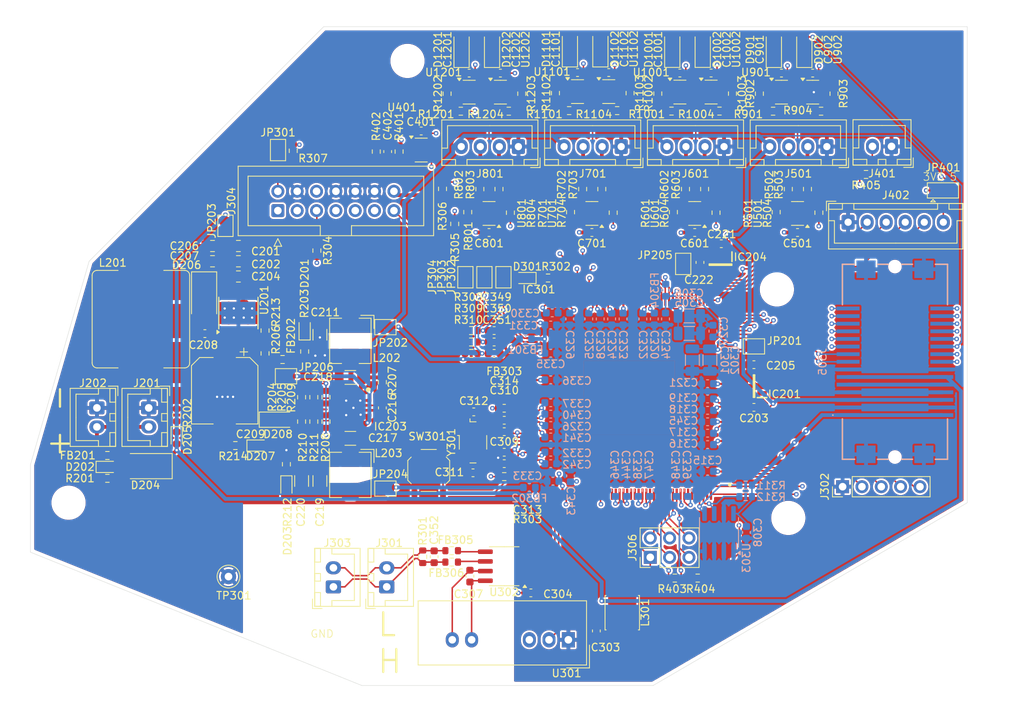
<source format=kicad_pcb>
(kicad_pcb (version 20240108) (generator "pcbnew") (generator_version "8.0")
  (layers (0 "F.Cu" signal) (1 "In1.Cu" signal) (2 "In2.Cu" signal) (31 "B.Cu" signal) (34 "B.Paste" user) (35 "F.Paste" user) (36 "B.SilkS" user "B.Silkscreen") (37 "F.SilkS" user "F.Silkscreen") (38 "B.Mask" user) (39 "F.Mask" user) (44 "Edge.Cuts" user))
  (net 0 "")
  (net 1 "+3.3VP")
  (net 2 "GND")
  (net 3 "+5V")
  (net 4 "Net-(D202-A)")
  (net 5 "Net-(IC201-OUT)")
  (net 6 "VCC")
  (net 7 "Net-(D201-A)")
  (net 8 "Net-(D203-A)")
  (net 9 "Net-(U301-+VIN)")
  (net 10 "Net-(U301-+VOUT)")
  (net 11 "Net-(U301--VOUT)")
  (net 12 "/Mcu/3V3_OSC")
  (net 13 "/Mcu/RST")
  (net 14 "/Mcu/3V3F")
  (net 15 "/Mcu/1V2F")
  (net 16 "/Mcu/3V3A")
  (net 17 "Net-(D201-K)")
  (net 18 "Net-(D202-K)")
  (net 19 "Net-(D203-K)")
  (net 20 "Net-(D301-K)")
  (net 21 "+1V2")
  (net 22 "Net-(JP203-B)")
  (net 23 "3V3_Good")
  (net 24 "GPIO51")
  (net 25 "GPIO24")
  (net 26 "ADCIND2")
  (net 27 "TDI")
  (net 28 "ADCINB2")
  (net 29 "GPIO11")
  (net 30 "GPIO12")
  (net 31 "GPIO21")
  (net 32 "GPIO13")
  (net 33 "ADCINC3")
  (net 34 "GPIO52")
  (net 35 "GPIO15")
  (net 36 "GPIO25")
  (net 37 "GPIO18")
  (net 39 "ADCIND0")
  (net 40 "TRST")
  (net 41 "GPIO23")
  (net 42 "GPIO10")
  (net 43 "ADCIND1")
  (net 44 "GPIO5")
  (net 45 "ADCIN14")
  (net 46 "GPIO91")
  (net 47 "GPIO8")
  (net 48 "GPIO4")
  (net 49 "TMS")
  (net 50 "TCK")
  (net 51 "GPIO16")
  (net 52 "ADCINA3")
  (net 53 "GPIO9")
  (net 54 "GPIO92")
  (net 55 "GPIO19")
  (net 56 "GPIO0")
  (net 57 "ADCINB0")
  (net 58 "GPIO2")
  (net 59 "ADCINA4")
  (net 60 "GPIO20")
  (net 61 "ADCINC4")
  (net 62 "ADCIN15")
  (net 63 "ADCINC2")
  (net 64 "ADCINB3")
  (net 65 "GPIO99")
  (net 66 "GPIO14")
  (net 67 "ADCINA5")
  (net 68 "TDO")
  (net 69 "ADCINA2")
  (net 70 "ADCIND3")
  (net 71 "ADCINA0")
  (net 72 "ADCINA1")
  (net 73 "GPIO50")
  (net 74 "GPIO26")
  (net 75 "ADCINB1")
  (net 77 "FLTN")
  (net 78 "GPIO17")
  (net 79 "GPIO1")
  (net 80 "GPIO3")
  (net 81 "GPIO27")
  (net 82 "GPIO22")
  (net 83 "Net-(U401-+)")
  (net 84 "ENU")
  (net 86 "CAN_TX")
  (net 87 "CAN_RX")
  (net 88 "+3.3VADCA")
  (net 89 "+3.3VADCB")
  (net 90 "Net-(J601-Pin_3)")
  (net 91 "Net-(J601-Pin_2)")
  (net 92 "Net-(J701-Pin_2)")
  (net 93 "Net-(J701-Pin_3)")
  (net 94 "Net-(J501-Pin_3)")
  (net 95 "Net-(J501-Pin_2)")
  (net 96 "Net-(J801-Pin_3)")
  (net 97 "Net-(J801-Pin_2)")
  (net 98 "Net-(U501--)")
  (net 99 "Net-(U501-+)")
  (net 100 "1V65")
  (net 101 "Net-(U601--)")
  (net 102 "Net-(U601-+)")
  (net 103 "Net-(U701--)")
  (net 104 "Net-(U701-+)")
  (net 105 "Net-(U801--)")
  (net 106 "Net-(U801-+)")
  (net 107 "Net-(D901-K)")
  (net 108 "Net-(D902-K)")
  (net 109 "Net-(D1001-K)")
  (net 110 "Net-(D1002-K)")
  (net 111 "GATE_ENC")
  (net 112 "Net-(D1101-K)")
  (net 113 "Net-(D1102-K)")
  (net 114 "Net-(D1201-K)")
  (net 115 "Net-(D1202-K)")
  (net 116 "Net-(U901-+)")
  (net 117 "Net-(U902--)")
  (net 118 "Net-(U1001-+)")
  (net 119 "Net-(U1002--)")
  (net 120 "Net-(U1101-+)")
  (net 121 "Net-(U1102--)")
  (net 122 "Net-(U1201-+)")
  (net 123 "Net-(U1202--)")
  (net 124 "GPIO93")
  (net 125 "Net-(IC301-VSSOSC)")
  (net 126 "Net-(IC301-X1)")
  (net 127 "Net-(IC301-X2)")
  (net 128 "Net-(D301-A)")
  (net 129 "GPIO44")
  (net 130 "GPIO30")
  (net 131 "GPIO37")
  (net 132 "GPIO35")
  (net 133 "GPIO36")
  (net 134 "GPIO33")
  (net 135 "GPIO77")
  (net 136 "GPIO49")
  (net 137 "GPIO63")
  (net 138 "GPIO72")
  (net 139 "GPIO56")
  (net 140 "GPIO133")
  (net 141 "GPIO83")
  (net 142 "GPIO55")
  (net 143 "GPIO57")
  (net 144 "GPIO85")
  (net 145 "GPIO45")
  (net 146 "GPIO62")
  (net 147 "GPIO34")
  (net 148 "GPIO47")
  (net 149 "ADCIND4")
  (net 150 "GPIO69")
  (net 151 "GPIO60")
  (net 152 "GPIO75")
  (net 153 "GPIO40")
  (net 154 "GPIO67")
  (net 155 "GPIO39")
  (net 156 "GPIO46")
  (net 157 "GPIO61")
  (net 158 "GPIO58")
  (net 159 "GPIO78")
  (net 160 "GPIO28")
  (net 161 "GPIO43")
  (net 162 "GPIO48")
  (net 163 "GPIO80")
  (net 164 "GPIO87")
  (net 165 "GPIO88")
  (net 166 "GPIO82")
  (net 167 "GPIO81")
  (net 168 "GPIO59")
  (net 169 "GPIO79")
  (net 170 "GPIO84")
  (net 171 "GPIO31")
  (net 172 "GPIO65")
  (net 173 "GPIO32")
  (net 174 "GPIO89")
  (net 175 "GPIO54")
  (net 176 "GPIO64")
  (net 177 "GPIO74")
  (net 178 "GPIO53")
  (net 179 "GPIO90")
  (net 180 "GPIO68")
  (net 181 "GPIO29")
  (net 182 "GPIO73")
  (net 183 "GPIO76")
  (net 184 "GPIO66")
  (net 185 "GPIO38")
  (net 186 "GPIO41")
  (net 187 "GPIO42")
  (net 188 "GPIO86")
  (net 189 "Net-(U201-BOOT)")
  (net 190 "Net-(D206-K)")
  (net 191 "Net-(D207-A)")
  (net 192 "Net-(IC203-VINC)")
  (net 193 "Net-(IC204-OUT)")
  (net 194 "Net-(D204-A)")
  (net 195 "Net-(IC203-PG2)")
  (net 196 "Net-(IC203-FB2)")
  (net 197 "Net-(IC203-SW1)")
  (net 198 "Net-(IC203-SW2)")
  (net 199 "Net-(IC203-FB1)")
  (net 200 "Net-(J304-Pin_13)")
  (net 201 "Net-(J304-Pin_2)")
  (net 202 "Net-(J304-Pin_14)")
  (net 203 "Net-(J304-Pin_5)")
  (net 205 "Net-(D205-K)")
  (net 206 "Net-(D207-K)")
  (net 207 "Net-(JP206-A)")
  (net 208 "Net-(U201-VSENSE)")
  (net 212 "/Mcu/CANFP")
  (net 213 "/Mcu/CANFN")
  (net 214 "/Mcu/CANN")
  (net 215 "/Mcu/CANP")
  (net 216 "Net-(J402-Pin_6)")
  (footprint "TestPoint:TestPoint_Loop_D1.80mm_Drill1.0mm_Beaded" (layer "F.Cu") (at 112.5 128.2)
    (property "Reference" "TP301")
    (property "Value" "GND")
  )
  (footprint "Resistor_SMD:R_0603_1608Metric" (layer "F.Cu") (at 196.2 75.4 180)
    (property "Reference" "R405")
    (property "Value" "1k/1%")
  )
  (footprint "Resistor_SMD:R_0603_1608Metric" (layer "F.Cu") (at 149.51 80.425 90)
    (property "Reference" "R804")
    (property "Value" "15k")
  )
  (footprint "Package_TO_SOT_SMD:SOT-23-5" (layer "F.Cu") (at 137.8 72.2)
    (property "Reference" "U401")
    (property "Value" "OPA340NA")
  )
  (footprint "Resistor_SMD:R_0603_1608Metric" (layer "F.Cu") (at 96.6 115.3)
    (property "Reference" "R201")
    (property "Value" "5k")
  )
  (footprint "Capacitor_SMD:C_0603_1608Metric" (layer "F.Cu") (at 144.6025 114.576 180)
    (property "Reference" "C311")
    (property "Value" "36p")
  )
  (footprint "Diode_SMD:D_SMA" (layer "F.Cu") (at 101.6 113.7 180)
    (property "Reference" "D204")
    (property "Value" "SS54")
  )
  (footprint "Resistor_SMD:R_0603_1608Metric" (layer "F.Cu") (at 144.375 95.9 180)
    (property "Reference" "R308")
    (property "Value" "4.99k")
  )
  (footprint "Capacitor_SMD:C_0603_1608Metric" (layer "F.Cu") (at 144.1 62.1)
    (property "Reference" "C1201")
    (property "Value" "0.1u")
  )
  (footprint "Connector_JST:JST_XH_B4B-XH-A_1x04_P2.50mm_Vertical" (layer "F.Cu") (at 150.56 71.75 180)
    (property "Reference" "J801")
    (property "Value" "ISen")
  )
  (footprint "Capacitor_SMD:C_1206_3216Metric" (layer "F.Cu") (at 124.5 96.45 -90)
    (property "Reference" "C211")
    (property "Value" "22u")
  )
  (footprint "Inductor_SMD:L_Bourns_SRP5030T" (layer "F.Cu") (at 128.5 97.25 -90)
    (property "Reference" "L202")
    (property "Value" "SRP5030WA-1R0M")
  )
  (footprint "Capacitor_SMD:C_0603_1608Metric" (layer "F.Cu") (at 148.7025 109.176 180)
    (property "Reference" "C310")
    (property "Value" "0.1u")
  )
  (footprint "Resistor_SMD:R_0603_1608Metric" (layer "F.Cu") (at 134.9 72.4 -90)
    (property "Reference" "R401")
    (property "Value" "10k")
  )
  (footprint "Capacitor_SMD:C_1206_3216Metric" (layer "F.Cu") (at 128.5 102.05 180)
    (property "Reference" "C218")
    (property "Value" "22u")
  )
  (footprint "Capacitor_SMD:C_0603_1608Metric" (layer "F.Cu") (at 109.4 96.3 180)
    (property "Reference" "C208")
    (property "Value" "10n")
  )
  (footprint "Capacitor_SMD:C_0603_1608Metric" (layer "F.Cu") (at 187.21 83.025 180)
    (property "Reference" "C501")
    (property "Value" "0.1u")
  )
  (footprint "Resistor_SMD:R_0603_1608Metric" (layer "F.Cu") (at 105.7 107 90)
    (property "Reference" "R202")
    (property "Value" "5k")
  )
  (footprint "Capacitor_SMD:C_0603_1608Metric" (layer "F.Cu") (at 146.71 83.025 180)
    (property "Reference" "C801")
    (property "Value" "0.1u")
  )
  (footprint "Capacitor_SMD:C_0603_1608Metric" (layer "F.Cu") (at 147.375 97.4)
    (property "Reference" "C350")
    (property "Value" "0.1u")
  )
  (footprint "Diode_SMD:D_SOD-123" (layer "F.Cu") (at 174.7625 58.9875 90)
    (property "Reference" "D1002")
    (property "Value" "1N4148W")
  )
  (footprint "Resistor_SMD:R_0603_1608Metric" (layer "F.Cu") (at 159 77.325 -90)
    (property "Reference" "R702")
    (property "Value" "20k")
  )
  (footprint "Jumper:SolderJumper-2_P1.3mm_Bridged_Pad1.0x1.5mm" (layer "F.Cu") (at 133.1 95.45)
    (property "Reference" "JP202")
    (property "Value" "3V3P_Cut")
  )
  (footprint "Resistor_SMD:R_0603_1608Metric" (layer "F.Cu") (at 170.91 80.35 -90)
    (property "Reference" "R601")
    (property "Value" "15k")
  )
  (footprint "Samacsys:SOT95P237X112-3N" (layer "F.Cu") (at 181.5 103.2 180)
    (property "Reference" "IC201")
    (property "Value" "REF3133AQDBZRQ1" (hide yes))
  )
  (footprint "Resistor_SMD:R_0603_1608Metric" (layer "F.Cu") (at 121 72.3 -90)
    (property "Reference" "R307")
    (property "Value" "2.2k")
  )
  (footprint "Connector_PinHeader_2.54mm:PinHeader_2x03_P2.54mm_Vertical" (layer "F.Cu") (at 167.875 125.675 90)
    (property "Reference" "J306")
    (property "Value" "Conn_02x03_Odd_Even")
  )
  (footprint "Resistor_SMD:R_0603_1608Metric" (layer "F.Cu") (at 151 64.799999 90)
    (property "Reference" "R1203")
    (property "Value" "45.3k")
  )
  (footprint "LED_SMD:LED_0603_1608Metric" (layer "F.Cu") (at 120.1 116.45 -90)
    (property "Reference" "D203")
    (property "Value" "1V2_PG")
  )
  (footprint "Connector_JST:JST_XH_B2B-XH-A_1x02_P2.50mm_Vertical" (layer "F.Cu") (at 102.025 106.05 -90)
    (property "Reference" "J201")
    (property "Value" "PWR_IN")
  )
  (footprint "Capacitor_SMD:C_0603_1608Metric" (layer "F.Cu") (at 148.7025 113.376 180)
    (property "Reference" "C313")
    (property "Value" "0.1u")
  )
  (footprint "Diode_SMD:D_SOD-123" (layer "F.Cu") (at 170.7625 58.9875 90)
    (property "Reference" "D1001")
    (property "Value" "1N4148W")
  )
  (footprint "Inductor_SMD:L_Changjiang_FNR4030S" (layer "F.Cu") (at 164.1975 132.9375 -90)
    (property "Reference" "L301")
    (property "Value" "500u")
  )
  (footprint "Button_Switch_SMD:SW_Push_1P1T_XKB_TS-1187A" (layer "F.Cu") (at 138.788892 114.260006 -90)
    (property "Reference" "SW301")
    (property "Value" "RST")
  )
  (footprint "Capacitor_SMD:C_0603_1608Metric" (layer "F.Cu") (at 133.4 72.4 -90)
    (property "Reference" "C402")
    (property "Value" "0.1u")
  )
  (footprint "LED_SMD:LED_0603_1608Metric" (layer "F.Cu") (at 105.7 110 -90)
    (property "Reference" "D205")
    (property "Value" "Green")
  )
  (footprint "Connector_JST:JST_XH_B4B-XH-A_1x04_P2.50mm_Vertical" (layer "F.Cu") (at 191.06 71.75 180)
    (property "Reference" "J501")
    (property "Value" "ISen")
  )
  (footprint "Diode_SMD:D_SOD-123" (layer "F.Cu") (at 147.1 59 90)
    (property "Reference" "D1202")
    (property "Value" "1N4148W")
  )
  (footprint "Connector_JST:JST_XH_B6B-XH-A_1x06_P2.50mm_Vertical" (layer "F.Cu") (at 193.85 81.675)
    (property "Reference" "J402")
    (property "Value" "Encoder")
  )
  (footprint "Resistor_SMD:R_0603_1608Metric" (layer "F.Cu") (at 163.01 80.425 90)
    (property "Reference" "R704")
    (property "Value" "15k")
  )
  (footprint "Resistor_SMD:R_0603_1608Metric" (layer "F.Cu") (at 190.3 67.1)
    (property "Reference" "R904")
    (property "Value" "10k")
  )
  (footprint "Converter_DCDC:Converter_DCDC_Murata_NCS1SxxxxSC_THT" (layer "F.Cu") (at 157.12 136.5 180)
    (property "Reference" "U301")
    (property "Value" "NCS1S2405SC")
  )
  (footprint "Resistor_SMD:R_0603_1608Metric" (layer "F.Cu") (at 192 64.799999 90)
    (property "Reference" "R903")
    (property "Value" "45.3k")
  )
  (footprint "Resistor_SMD:R_0603_1608Metric" (layer "F.Cu") (at 165.225 64.724999 90)
    (property "Reference" "R1103")
    (property "Value" "45.3k")
  )
  (footprint "Capacitor_SMD:C_0603_1608Metric" (layer "F.Cu") (at 185.1 62.1)
    (property "Reference" "C901")
    (property "Value" "0.1u")
  )
  (footprint "Capacitor_SMD:C_0603_1608Metric" (layer "F.Cu") (at 177.2 84.5 180)
    (property "Reference" "C221")
    (property "Value" "0.47u")
  )
  (footprint "Resistor_SMD:R_0603_1608Metric" (layer "F.Cu") (at 124.1 85.4 -90)
    (property "Reference" "R304")
    (property "Value" "100")
  )
  (footprint "Capacitor_SMD:C_0805_2012Metric" (layer "F.Cu") (at 110.4 86.8 180)
    (property "Reference" "C207")
    (property "Value" "2.2u 50V")
  )
  (footprint "Resistor_SMD:R_0603_1608Metric" (layer "F.Cu") (at 122.1 104.65 90)
    (property "Reference" "R204")
    (property "Value" "31.6k")
  )
  (footprint "Resistor_SMD:R_0603_1608Metric" (layer "F.Cu") (at 142.2 81.9 90)
    (property "Reference" "R305")
    (property "Value" "4.7k")
  )
  (footprint "Package_TO_SOT_SMD:SOT-23-5" (layer "F.Cu") (at 162.425 64.525)
    (property "Reference" "U1102")
    (property "Value" "LMV7219M5")
  )
  (footprint "Capacitor_SMD:C_0603_1608Metric" (layer "F.Cu") (at 147.375 95.9)
    (property "Reference" "C349")
    (property "Value" "0.1u")
  )
  (footprint "Capacitor_SMD:C_0805_2012Metric" (layer "F.Cu") (at 113.8 84.8)
    (property "Reference" "C201")
    (property "Value" "2.2u 50V")
  )
  (footprint "Resistor_SMD:R_0603_1608Metric" (layer "F.Cu") (at 188.51 77.325 -90)
    (property "Reference" "R503")
    (property "Value" "20k")
  )
  (footprint "Resistor_SMD:R_0603_1608Metric" (layer "F.Cu") (at 184.000001 67.1)
    (property "Reference" "R901")
    (property "Value" "10k")
  )
  (footprint "Capacitor_SMD:C_1206_3216Metric" (layer "F.Cu") (at 128.5 110.05 180)
    (property "Reference" "C217")
    (property "Value" "22u")
  )
  (footprint "Resistor_SMD:R_0603_1608Metric" (layer "F.Cu") (at 96.6 112.3)
    (property "Reference" "FB201")
    (property "Value" "220")
  )
  (footprint "Capacitor_SMD:C_0603_1608Metric" (layer "F.Cu") (at 148.2 62.099999)
    (property "Reference" "C1202")
    (property "Value" "0.1u")
  )
  (footprint "Package_TO_SOT_SMD:SOT-23-5" (layer "F.Cu") (at 148.2 64.6)
    (property "Reference" "U1202")
    (property "Value" "LMV7219M5")
  )
  (footprint "Resistor_SMD:R_0603_1608Metric" (layer "F.Cu") (at 163.525 67.025)
    (property "Reference" "R1104")
    (property "Value" "10k")
  )
  (footprint "Capacitor_SMD:C_0603_1608Metric" (layer "F.Cu") (at 175.8625 62.087499)
    (property "Reference" "C1002")
    (property "Value" "0.1u")
  )
  (footprint "Capacitor_SMD:C_0603_1608Metric" (layer "F.Cu") (at 160.7975 135.3375 -90)
    (property "Reference" "C303")
    (property "Value" "330n")
  )
  (footprint "Resistor_SMD:R_0603_1608Metric" (layer "F.Cu") (at 186 77.325 -90)
    (property "Reference" "R502")
    (property "Value" "20k")
  )
  (footprint "Capacitor_SMD:C_0603_1608Metric" (layer "F.Cu") (at 173.71 83.025 180)
    (property "Reference" "C601")
    (property "Value" "0.1u")
  )
  (footprint "Package_SO:TI_SO-PowerPAD-8_ThermalVias" (layer "F.Cu") (at 113.8 93.6 90)
    (property "Reference" "U201")
    (property "Value" "TPS5430DDA")
  )
  (footprint "Capacitor_SMD:C_0603_1608Metric" (layer "F.Cu") (at 160.21 83.025 180)
    (property "Reference" "C701")
    (property "Value" "0.1u")
  )
  (footprint "Capacitor_SMD:C_0603_1608Metric" (layer "F.Cu") (at 181.485 100.38 180)
    (property "Reference" "C205")
    (property "Value" "0.47u")
  )
  (footprint "Capacitor_SMD:C_0603_1608Metric" (layer "F.Cu") (at 147.375 98.9)
    (property "Reference" "C351")
    (property "Value" "0.1u")
  )
  (footprint "Jumper:SolderJumper-3_P1.3mm_Open_Pad1.0x1.5mm" (layer "F.Cu") (at 206.3 77.5)
    (property "Reference" "JP401")
    (property "Value" "SolderJumper_3_Open")
  )
  (footprint "Connector_PinHeader_2.54mm:PinHeader_1x05_P2.54mm_Vertical" (layer "F.Cu") (at 193.125 116.4 90)
    (property "Reference" "J302")
    (property "Value" "PWMDAC")
  )
  (footprint "Capacitor_SMD:C_0603_1608Metric" (layer "F.Cu") (at 158.325 62.025)
    (property "Reference" "C1101")
    (property "Value" "0.1u")
  )
  (footprint "Resistor_SMD:R_0603_1608Metric" (layer "F.Cu") (at 125.3 107.85 -90)
    (property "Reference" "R208")
    (property "Value" "49.9k")
  )
  (footprint "Connector_JST:JST_XH_B2B-XH-A_1x02_P2.50mm_Vertical" (layer "F.Cu") (at 199.55 71.725 180)
    (property "Reference" "J401")
    (property "Value" "T_Mot")
  )
  (footprint "Resistor_SMD:R_0603_1608Metric" (layer "F.Cu") (at 122.5 98.65 90)
    (property "Reference" "R203")
    (property "Value" "1.5k")
  )
  (footprint "Connector_JST:JST_XH_B4B-XH-A_1x04_P2.50mm_Vertical" (layer "F.Cu") (at 164.06 71.75 180)
    (property "Reference" "J701")
    (property "Value" "ISen")
  )
  (footprint "Resistor_SMD:R_0603_1608Metric" (layer "F.Cu") (at 161.51 77.325 -90)
    (property "Reference" "R703")
    (property "Value" "20k")
  )
  (footprint "Resistor_SMD:R_0603_1608Metric" (layer "F.Cu") (at 125.3 104.65 90)
    (property "Reference" "R209")
    (property "Value" "49.9k")
  )
  (footprint "Capacitor_SMD:C_0603_1608Metric" (layer "F.Cu") (at 148.7025 107.676 180)
    (property "Reference" "C314")
    (property "Value" "2.2u")
  )
  (footprint "Resistor_SMD:R_0603_1608Metric" (layer "F.Cu") (at 157.225001 67.025)
    (property "Reference" "R1101")
    (property "Value" "10k")
  )
  (footprint "Resistor_SMD:R_0603_1608Metric" (layer "F.Cu") (at 145.5 77.325 -90)
    (property "Reference" "R802")
    (property "Value" "20k")
  )
  (footprint "Resistor_SMD:R_0603_1608Metric" (layer "F.Cu") (at 182.200001 64.8 -90)
    (property "Reference" "R902")
    (property "Value" "45.3k")
  )
  (footprint "Capacitor_SMD:C_0603_1608Metric" (layer "F.Cu") (at 132.7 106.05 -90)
    (property "Reference" "C216")
    (property "Value" "0.47u")
  )
  (footprint "Package_TO_SOT_SMD:SOT-23-5" (layer "F.Cu") (at 171.7625 64.5875)
    (property "Reference" "U1001")
    (property "Value" "LMV7219M5")
  )
  (footprint "Package_TO_SOT_SMD:SOT-23-5" (layer "F.Cu") (at 146.71 80.525 180)
    (property "Reference" "U801")
    (property "Value" "OPA340NA")
  )
  (footprint "Package_TO_SOT_SMD:SOT-23-5" (layer "F.Cu") (at 175.8625 64.5875)
    (property "Reference" "U1002")
    (property "Value" "LMV7219M5")
  )
  (footprint "LED_SMD:LED_0603_1608Metric" (layer "F.Cu") (at 116.4 111)
    (property "Reference" "D207")
    (property "Value" "5VGood")
  )
  (footprint "Diode_SMD:D_SOD-123" (layer "F.Cu") (at 161.325 58.925 90)
    (property "Reference" "D1102")
    (property "Value" "1N4148W")
  )
  (footprint "Resistor_SMD:R_0603_1608Metric" (layer "F.Cu") (at 131.9 72.4 -90)
    (property "Reference" "R402")
    (property "Value" "10k")
  )
  (footprint "Capacitor_SMD:C_0603_1608Metric" (layer "F.Cu") (at 174.4 86.95 -90)
    (property "Reference" "C222")
    (property "Value" "0.47u")
  )
  (footprint "Resistor_SMD:R_0603_1608Metric" (layer "F.Cu") (at 123.7 104.65 -90)
    (property "Reference" "R205")
    (property "Value" "10k")
  )
  (footprint "Jumper:SolderJumper-2_P1.3mm_Bridged_Pad1.0x1.5mm" (layer "F.Cu") (at 119 72.2 90)
    (property "Reference" "JP301")
    (property "Value" "TRST")
  )
  (footprint "Resistor_SMD:R_0603_1608Metric" (layer "F.Cu") (at 122.1 107.85 -90)
    (property "Reference" "R210")
    (property "Value" "4.99k")
  )
  (footprint "Capacitor_SMD:C_0603_1608Metric" (layer "F.Cu") (at 144.1975 128.1375 90)
    (property "Reference" "C307")
    (property "Value" "0.1u")
  )
  (footprint "MountingHole:MountingHole_4mm" (layer "F.Cu") (at 186 120.5)
    (property "Reference" "H102" (hide yes))
    (property "Value" "MountingHole")
  )
  (footprint "Resistor_SMD:R_0603_1608Metric" (layer "F.Cu") (at 138 125.6 90)
    (property "Reference" "R301")
    (property "Value" "120")
  )
  (footprint "Resistor_SMD:R_0603_1608Metric" (layer "F.Cu") (at 190.01 80.425 90)
    (property "Reference" "R504")
    (property "Value" "15k")
  )
  (footprint "Jumper:SolderJumper-2_P1.3mm_Open_Pad1.0x1.5mm" (layer "F.Cu") (at 143.6 88.9 90)
    (property "Reference" "JP304")
    (property "Value" "52")
  )
  (footprint "Capacitor_SMD:C_0603_1608Metric" (layer "F.Cu") (at 162.425 62.024999)
    (property "Reference" "C1102")
    (property "Value" "0.1u")
  )
  (footprint "Resistor_SMD:R_0603_1608Metric" (layer "F.Cu") (at 141.8 124.8)
    (property "Reference" "FB305")
    (property "Value" "220")
  )
  (footprint "Resistor_SMD:R_0603_1608Metric" (layer "F.Cu") (at 171.1 128.4 180)
    (property "Reference" "R403")
    (property "Value" "20k")
  )
  (footprint "Diode_SMD:D_SMA" (layer "F.Cu") (at 109.3 91.7 -90)
    (property "Reference" "D206")
    (property "Value" "SS54")
  )
  (footprint "Jumper:SolderJumper-2_P1.3mm_Bridged_Pad1.0x1.5mm" (layer "F.Cu") (at 172.2 87.15 -90)
    (property "Reference" "JP205")
    (property "Value" "3V3ADC_Cut")
  )
  (footprint "Resistor_SMD:R_0603_1608Metric" (layer "F.Cu") (at 132.7 102.675 -90)
    (property "Reference" "R207")
    (property "Value" "4.99")
  )
  (footprint "Diode_SMD:D_SOD-123" (layer "F.Cu") (at 118.9 107.6)
    (property "Reference" "D208")
    (property "Value" "5.1V")
  )
  (footprint "LED_SMD:LED_0603_1608Metric" (layer "F.Cu") (at 151.4 89 180)
    (property "Reference" "D301")
    (property "Value" "ERROR")
  )
  (footprint "LED_SMD:LED_0603_1608Metric" (layer "F.Cu") (at 122.5 95.65 90)
    (property "Reference" "D201")
    (property "Value" "3V3_PG")
  )
  (footprint "Package_TO_SOT_SMD:SOT-23-5" (layer "F.Cu") (at 187.21 80.525 180)
    (property "Reference" "U501")
    (property "Value" "OPA340NA")
  )
  (footprint "Resistor_SMD:R_0603_1608Metric" (layer "F.Cu") (at 178.6625 64.787499 90)
    (property "Reference" "R1003")
    (property "Value" "45.3k")
  )
  (footprint "MountingHole:MountingHole_4mm" (layer "F.Cu") (at 184.5 90.5)
    (property "Reference" "H101" (hide yes))
    (property "Value" "MountingHole")
  )
  (footprint "Resistor_SMD:R_0603_1608Metric" (layer "F.Cu") (at 168.862501 64.7875 -90)
    (property "Reference" "R1002")
    (property "Value" "45.3k")
  )
  (footprint "Connector_JST:JST_XH_B4B-XH-A_1x04_P2.50mm_Vertical" (layer "F.Cu") (at 177.56 71.75 180)
    (property "Reference" "J601")
    (property "Value" "ISen")
  )
  (footprint "Resistor_SMD:R_0603_1608Metric" (layer "F.Cu") (at 176.51 80.425 90)
    (property "Reference" "R604")
    (property "Value" "15k")
  )
  (footprint "Diode_SMD:D_SOD-123" (layer "F.Cu") (at 143.1 59 90)
    (property "Reference" "D1201")
    (property "Value" "1N4148W")
  )
  (footprint "Resistor_SMD:R_0603_1608Metric" (layer "F.Cu") (at 143.91 80.35 -90)
    (property "Reference" "R801")
    (property "Value" "15k")
  )
  (footprint "Package_TO_SOT_SMD:SOT-23-5" (layer "F.Cu") (at 144.1 64.6)
    (property "Reference" "U1201")
    (property "Value" "LMV7219M5")
  )
  (footprint "Diode_SMD:D_SOD-123" (layer "F.Cu") (at 184.1 59 90)
    (property "Reference" "D901")
    (property "Value" "1N4148W")
  )
  (footprint "Resistor_SMD:R_0603_1608Metric" (layer "F.Cu") (at 170.662501 67.0875)
    (property "Reference" "R1001")
    (property "Value" "10k")
  )
  (footprint "Resistor_SMD:R_0603_1608Metric" (layer "F.Cu") (at 149.3 67.1)
    (property "Reference" "R1204")
    (property "Value" "10k")
  )
  (footprint "Resistor_SMD:R_0603_1608Metric" (layer "F.Cu") (at 148.7025 115.076 180)
    (property "Reference" "R303")
    (property "Value" "4.99k")
  )
  (footprint "Capacitor_SMD:C_0805_2012Metric" (layer "F.Cu") (at 110.4 84.8 180)
    (property "Reference" "C206")
    (property "Value" "2.2u 50V")
  )
  (footprint "Resistor_SMD:R_0603_1608Metric" (layer "F.Cu") (at 157.41 80.35 -90)
    (property "Reference" "R701")
    (property "Value" "15k")
  )
  (footprint "Jumper:SolderJumper-2_P1.3mm_Open_Pad1.0x1.5mm" (layer "F.Cu") (at 148.6 88.9 90)
    (property "Reference" "JP302")
    (property "Value" "50")
  )
  (footprint "Capacitor_SMD:C_0805_2012Metric" (layer "F.Cu") (at 113.8 88.8)
    (property "Reference" "C204")
    (property "Value" "2.2u 50V")
  )
  (footprint "Package_TO_SOT_SMD:SOT-23-5" (layer "F.Cu") (at 189.2 64.6)
    (property "Reference" "U902")
    (property "Value" "LMV7219M5")
  )
  (footprint "Resistor_SMD:R_0603_1608Metric" (layer "F.Cu") (at 172.5 77.325 -90)
    (property "Reference" "R602")
    (property "Value" "20k")
  )
  (footprint "Resistor_SMD:R_0603_1608Metric" (layer "F.Cu") (at 119.6 99.7)
    (property "Reference" "FB202")
    (property "Value" "220")
  )
  (footprint "Resistor_SMD:R_0603_1608Metric" (layer "F.Cu") (at 141.200001 64.8 -90)
    (property "Reference" "R1202")
    (property "Value" "45.3k")
  )
  (footprint "Jumper:SolderJumper-2_P1.3mm_Bridged_Pad1.0x1.5mm" (layer "F.Cu") (at 181.485 97.98 180)
    (property "Reference" "JP201")
    (property "Value" "3V3ADC_Cut")
  )
  (footprint "LED_SMD:LED_0603_1608Metric" (layer "F.Cu") (at 96.6 113.8)
    (property "Reference" "D202")
    (property "Value" "RED")
  )
  (footprint "Inductor_SMD:L_Bourns_SRR1260" (layer "F.Cu") (at 101 94.4 -90)
    (property "Reference" "L201")
    (property "Value" "22uH")
  )
  (footprint "Resistor_SMD:R_0603_1608Metric" (layer "F.Cu") (at 144.375 98.9 180)
    (property "Reference" "R310")
    (property "Value" "4.99k")
  )
  (footprint "Connector_IDC:IDC-Header_2x07_P2.54mm_Vertical" (layer "F.Cu") (at 118.98 80.1525 90)
    (property "Reference" "J304")
    (property "Value" "JTAG")
  )
  (footprint "Capacitor_SMD:C_0603_1608Metric" (layer "F.Cu") (at 137.8 69.7)
    (property "Reference" "C401")
    (property "Value" "0.1u")
  )
  (footprint "Resistor_SMD:R_0603_1608Metric" (layer "F.Cu") (at 175.01 77.325 -90)
    (property "Reference" "R603")
    (property "Value" "20k")
  )
  (footprint "Capacitor_SMD:CP_Elec_8x10.5" (layer "F.Cu") (at 112 103.8 -90)
    (property "Reference" "C209")
    (property "Value" "220u")
  )
  (footprint "Jumper:SolderJumper-2_P1.3mm_Open_Pad1.0x1.5mm" (layer "F.Cu") (at 120.05 101.9)
    (property "Reference" "JP206")
    (property "Value" "SW_5V")
  )
  (footprint "Capacitor_SMD:C_1206_3216Metric" (layer "F.Cu") (at 124.5 115.65 90)
    (property "Reference" "C219")
    (property "Value" "22u")
  )
  (footprint "Package_SO:SOIC-8_3.9x4.9mm_P1.27mm" (layer "F.Cu") (at 148.6975 126.8425 180)
    (property "Reference" "U302")
    (property "Value" "ISO1044BD")
  )
  (footprint "Resistor_SMD:R_0603_1608Metric" (layer "F.Cu") (at 154.4525 89 180)
    (property "Reference" "R302")
    (property "Value" "1.5k")
  )
  (footprint "Diode_SMD:D_SOD-123" (layer "F.Cu") (at 157.325 58.925 90)
    (property "Reference" "D1101")
    (property "Value" "1N4148W")
  )
  (footprint "Capacitor_SMD:C_0805_2012Metric" (layer "F.Cu") (at 113.8 86.8)
    (property "Reference" "C202")
    (property "Value" "2.2u 50V")
  )
  (footprint "Capacitor_SMD:C_0603_1608Metric" (layer "F.Cu") (at 171.7625 62.0875)
    (property "Reference" "C1001")
    (property "Value" "0.1u")
  )
  (footprint "Inductor_SMD:L_Bourns_SRP5030T" (layer "F.Cu") (at 128.5 114.85 -90)
    (property "Reference" "L203")
    (property "Value" "SRP5030WA-1R0M")
  )
  (footprint "Resistor_SMD:R_0603_1608Metric" (layer "F.Cu") (at 148.01 77.325 -90)
    (property "Reference" "R803")
    (property "Value" "20k")
  )
  (footprint "Diode_SMD:D_SOD-123" (layer "F.Cu") (at 188.1 59 90)
    (property "Reference" "D902")
    (property "Value" "1N4148W")
  )
  (footprint "Connector_JST:JST_XH_B2B-XH-A_1x02_P2.50mm_Vertical" (layer "F.Cu") (at 95.225 106.05 -90)
    (property "Reference" "J202")
    (property "Value" "PWR_IN")
  )
  (footprint "Samacsys:QFN65P400X400X80-17N" (layer "F.Cu") (at 128.9 106.05 -90)
    (property "Reference" "IC203")
    (property "Value" "LM26420Q1XSQX_NOPB" (hide yes))
  )
  (footprint "Jumper:SolderJumper-2_P1.3mm_Open_Pad1.0x1.5mm" (layer "F.Cu") (at 112.1 82.15 -90)
    (property "Reference" "JP203")
    (property "Value" "VB_5V")
  )
  (footprint "Resistor_SMD:R_0603_1608Metric" (layer "F.Cu") (at 143.000001 67.1)
    (property "Reference" "R1201")
    (property "Value" "10k")
  )
  (footprint "Samacsys:QFP50P2600X2600X160-177N" (layer "F.Cu") (at 165.095 104.651 180)
    (property "Reference" "IC301")
    (property "Value" "TMS320F28379SPTPT" (hide yes))
  )
  (footprint "Capacitor_SMD:C_0603_1608Metric" (layer "F.Cu") (at 189.2 62.099999)
    (property "Reference" "C902")
    (property "Value" "0.1u")
  )
  (footprint "Inductor_SMD:L_0603_1608Metric" (layer "F.Cu") (at 148.7 106.1)
    (property "Reference" "FB303")
    (property "Value" "74279228600")
  )
  (footprint "Capacitor_SMD:C_0603_1608Metric" (layer "F.Cu") (at 181.485 105.98 180)
    (property "Reference" "C203")
    (property "Value" "0.47u")
  )
  (footprint "Resistor_SMD:R_0603_1608Metric" (layer "F.Cu") (at 184.41 80.35 -90)
    (property "Reference" "R501")
    (property "Value" "15k")
  )
  (footprint "Capacitor_SMD:C_0603_1608Metric" (layer "F.Cu") (at 139.5 125.6 -90)
    (property "Reference" "C352")
    (property "Value" "0.1u")
  )
  (footprint "Capacitor_SMD:C_0603_1608Metric" (layer "F.Cu") (at 144.7025 106.576)
    (property "Reference" "C312")
    (property "Value" "36p")
  )
  (footprint "Jumper:SolderJumper-2_P1.3mm_Open_Pad1.0x1.5mm" (layer "F.Cu") (at 146.1 88.9 90)
    (property "Reference" "JP303")
    (property "Value" "51")
  )
  (footprint "Package_TO_SOT_SMD:SOT-23-5" (layer "F.Cu") (at 173.71 80.525 180)
    (property "Reference" "U601")
    (property "Value" "OPA340NA")
  )
  (footprint "Connector_JST:JST_XH_B2B-XH-A_1x02_P2.50mm_Vertical" (layer "F.Cu") (at 133.275 129.55 90)
    (property "Reference" "J301")
    (property "Value" "CAN")
  )
  (footprint "Package_TO_SOT_SMD:SOT-23-5" (layer "F.Cu") (at 160.21 80.525 180)
    (property "Reference" "U701")
    (property "Value" "OPA340NA")
  )
  (footprint "MountingHole:MountingHole_4mm" (layer "F.Cu") (at 91.5 118.5)
    (property "Reference" "H104" (hide yes))
    (property "Value" "MountingHole")
  )
  (footprint "Resistor_SMD:R_0603_1608Metric" (layer "F.Cu") (at 174.1 128.4 180)
    (property "Reference" "R404")
    (property "Value" "2Meg")
  )
  (footprint "Crystal:Crystal_SMD_Abracon_ABM3B-4Pin_5.0x3.2mm" (layer "F.Cu") (at 144.6025 110.576 -90)
    (property "Reference" "Y301")
    (property "Value" "ABM3BAIG-10.000MHZ-12-1Z-T")
  )
  (footprint "Resistor_SMD:R_0603_1608Metric" (layer "F.Cu") (at 176.9625 67.0875)
    (property "Reference" "R1004")
    (property "Value" "10k")
  )
  (footprint "Package_TO_SOT_SMD:SOT-23-5" (layer "F.Cu") (at 158.325 64.525)
    (property "Reference" "U1101")
    (property "Value" "LMV7219M5")
  )
  (footprint "Jumper:SolderJumper-2_P1.3mm_Bridged_Pad1.0x1.5mm" (layer "F.Cu") (at 133.1 116.65)
    (property "Reference" "JP204")
    (property "Value" "1V2_Cut")
  )
  (footprint "Capacitor_SMD:C_0603_1608Metric" (layer "F.Cu") (at 152.1975 130.3375 180)
    (property "Reference" "C304")
    (property "Value" "0.1u")
  )
  (footprint "Resistor_SMD:R_0603_1608Metric" (layer "F.Cu") (at 141.8 126.3 180)
    (property "Reference" "FB306")
    (property "Value" "220")
  )
  (footprint "Package_TO_SOT_SMD:SOT-23-5" (layer "F.Cu") (at 185.1 64.6)
    (property "Reference" "U901")
    (property "Value" "LMV7219M5")
  )
  (footprint "Resistor_SMD:R_0603_1608Metric" (layer "F.Cu") (at 123.7 107.85 90)
    (property "Reference" "R211")
    (property "Value" "10k")
  )
  (footprint "Samacsys:SOT95P237X112-3N" (layer "F.Cu") (at 177.1 87.25 -90)
    (property "Reference" "IC204")
    (property "Value" "REF3133AQDBZRQ1" (hide yes))
  )
  (footprint "Resistor_SMD:R_0603_1608Metric" (layer "F.Cu") (at 140.6 77.3 -90)
    (property "Reference" "R306")
    (property "Value" "4.7k")
  )
  (footprint "Capacitor_SMD:C_1206_3216Metric" (layer "F.Cu") (at 122.1 115.65 90)
    (property "Reference" "C220")
    (property "Value" "22u")
  )
  (footprint "Resistor_SMD:R_0603_1608Metric" (layer "F.Cu") (at 120.1 113.45 -90)
    (property "Reference" "R212")
    (property "Value" "10")
  )
  (footprint "Resistor_SMD:R_0603_1608Metric" (layer "F.Cu") (at 144.375 97.4 180)
    (property "Reference" "R309")
    (property "Value" "4.99k")
  )
  (footprint "Resistor_SMD:R_0603_1608Metric" (layer "F.Cu") (at 155.425001 64.725 -90)
    (property "Reference" "R1102")
    (property "Value" "45.3k")
  )
  (footprint "Resistor_SMD:R_0603_1608Metric" (layer "F.Cu") (at 113.4 111 180)
    (property "Reference" "R214")
    (property "Value" "2k")
  )
  (footprint "Resistor_SMD:R_0603_1608Metric" (layer "F.Cu") (at 117.3 98.9 -90)
    (property "Reference" "R206")
    (property "Value" "10k")
  )
  (footprint "Capacitor_SMD:C_0603_1608Metric" (layer "F.Cu") (at 148.7025 111.876 180)
    (property "Reference" "C309")
    (property "Value" "0.1u")
  )
  (footprint "Connector_JST:JST_XH_B2B-XH-A_1x02_P2.50mm_Vertical" (layer "F.Cu") (at 126.275 129.55 90)
    (property "Reference" "J303")
    (property "Value" "CAN")
  )
  (footprint "Resistor_SMD:R_0603_1608Metric" (layer "F.Cu") (at 117.3 95.9 -90)
    (property "Reference" "R213")
    (property "Value" "3.24k")
  )
  (footprint "MountingHole:MountingHole_4mm" (layer "F.Cu") (at 136 60.5)
    (property "Reference" "H103" (hide yes))
    (property "Value" "MountingHole")
  )
  (footprint "Inductor_SMD:L_0603_1608Metric" (layer "B.Cu") (at 152 116.5)
    (property "Reference" "FB302")
    (property "Value" "BLM18KG221SH1D")
  )
  (footprint "Capacitor_SMD:C_0603_1608Metric" (layer "B.Cu") (at 154.8025 106.876)
    (property "Reference" "C340")
    (property "Value" "0.1u")
  )
  (footprint "Capacitor_SMD:C_0603_1608Metric" (layer "B.Cu") (at 175.4025 107.876 180)
    (property "Reference" "C345")
    (property "Value" "2.2u")
  )
  (footprint "Capacitor_SMD:C_0603_1608Metric" (layer "B.Cu") (at 169.8775 94.376 -90)
    (property "Reference" "C334")
    (property "Value" "2.2u")
  )
  (footprint "Capacitor_SMD:C_1206_3216Metric" (layer "B.Cu") (at 173.0025 96.276)
    (property "Reference" "C305")
    (property "Value" "22u")
  )
  (footprint "Capacitor_SMD:C_0603_1608Metric" (layer "B.Cu") (at 175.4025 106.376 180)
    (property "Reference" "C318")
    (property "Value" "0.1u")
  )
  (footprint "Capacitor_SMD:C_0603_1608Metric" (layer "B.Cu") (at 157.4025 114.976 90)
    (property "Reference" "C343")
    (property "Value" "0.1u")
  )
  (footprint "Capacitor_SMD:C_0603_1608Metric" (layer "B.Cu") (at 168.4025 94.376 -90)
    (property "Reference" "C320")
    (property "Value" "2.2u")
  )
  (footprint "Inductor_SMD:L_0603_1608Metric" (layer "B.Cu") (at 151.5 97)
    (property "Reference" "FB301")
    (property "Value" "BLM18KG221SH1D")
  )
  (footprint "Capacitor_SMD:C_0603_1608Metric" (layer "B.Cu") (at 154.8025 95.176)
    (property "Reference" "C331")
    (property "Value" "0.1u")
  )
  (footprint "Capacitor_SMD:C_0603_1608Metric" (layer "B.Cu") (at 154.8025 111.876)
    (property "Reference" "C332")
    (property "Value" "2.2u")
  )
  (footprint "Capacitor_SMD:C_0603_1608Metric" (layer "B.Cu") (at 161.3025 94.376 -90)
    (property "Reference" "C328")
    (property "Value" "0.1u")
  )
  (footprint "Capacitor_SMD:C_0603_1608Metric" (layer "B.Cu") (at 175.4025 110.876 180)
    (property "Reference" "C316")
    (property "Value" "0.1u")
  )
  (footprint "Capacitor_SMD:C_0603_1608Metric" (layer "B.Cu") (at 180.5 122.4 -90)
    (property "Reference" "C308")
    (property "Value" "1u 10V")
  )
  (footprint "Capacitor_SMD:C_0603_1608Metric" (layer "B.Cu") (at 164.8 116.9 90)
    (property "Reference" "C344")
    (property "Value" "2.2u")
  )
  (footprint "Capacitor_SMD:C_1206_3216Metric" (layer "B.Cu") (at 175.7025 99.776 -90)
    (property "Reference" "C302")
    (property "Value" "22u")
  )
  (footprint "Capacitor_SMD:C_0603_1608Metric" (layer "B.Cu") (at 159.8025 94.376 -90)
    (property "Reference" "C325")
    (property "Value" "2.2u")
  )
  (footprint "Capacitor_SMD:C_0603_1608Metric" (layer "B.Cu") (at 172.8 116.9 90)
    (property "Reference" "C339")
    (property "Value" "2.2u")
  )
  (footprint "Capacitor_SMD:C_0603_1608Metric" (layer "B.Cu") (at 164.3025 94.376 -90)
    (property "Reference" "C323")
    (property "Value" "0.1u")
  )
  (footprint "Capacitor_SMD:C_0603_1608Metric" (layer "B.Cu") (at 155.0025 93.576)
    (property "Reference" "C330")
    (property "Value" "0.1u")
  )
  (footprint "Capacitor_SMD:C_0603_1608Metric" (layer "B.Cu") (at 155.1025 115.676 180)
    (property "Reference" "C333")
    (property "Value" "2.2u")
  )
  (footprint "Capacitor_SMD:C_0603_1608Metric" (layer "B.Cu") (at 175.4025 104.876 180)
    (property "Reference" "C319")
    (property "Value" "2.2u")
  )
  (footprint "Capacitor_SMD:C_1206_3216Metric" (layer "B.Cu") (at 173.4025 99.776 -90)
    (property "Reference" "C301")
    (property "Value" "22u")
  )
  (footprint "Capacitor_SMD:C_0603_1608Metric" (layer "B.Cu") (at 175.4025 109.376 180)
    (property "Reference" "C317")
    (property "Value" "0.1u")
  )
  (footprint "Capacitor_SMD:C_0603_1608Metric" (layer "B.Cu") (at 176.1025 95.976 90)
    (property "Reference" "C327")
    (property "Value" "2.2u")
  )
  (footprint "Capacitor_SMD:C_0603_1608Metric" (layer "B.Cu") (at 154.8025 105.376)
    (property "Reference" "C337")
    (property "Value" "0.1u")
  )
  (footprint "Capacitor_SMD:C_0603_1608Metric" (layer "B.Cu") (at 166.3 116.9 90)
    (property "Reference" "C338")
    (property "Value" "2.2u")
  )
  (footprint "Capacitor_SMD:C_0603_1608Metric" (layer "B.Cu") (at 154.8025 102.376)
    (property "Reference" "C336")
    (property "Value" "0.1u")
  )
  (footprint "Capacitor_SMD:C_1206_3216Metric" (layer "B.Cu") (at 173.0025 93.976)
    (property "Reference" "C306")
    (property "Value" "22u")
  )
  (footprint "Capacitor_SMD:C_0603_1608Metric" (layer "B.Cu") (at 167.8 116.9 90)
    (property "Reference" "C347")
    (property "Value" "0.1u")
  )
  (footprint "Capacitor_SMD:C_0603_1608Metric" (layer "B.Cu") (at 175.4025 102.876 180)
    (property "Reference" "C321")
    (property "Value" "0.1u")
  )
  (footprint "Capacitor_SMD:C_0603_1608Metric" (layer "B.Cu") (at 166.9025 94.376 -90)
    (property "Reference" "C322")
    (property "Value" "0.1u")
  )
  (footprint "Resistor_SMD:R_0603_1608Metric" (layer "B.Cu") (at 180.4 116.2)
    (property "Reference" "R311")
    (property "Value" "10k")
  )
  (footprint "Capacitor_SMD:C_0603_1608Metric" (layer "B.Cu") (at 154.8025 108.376)
    (property "Reference" "C326")
    (property "Value" "2.2u")
  )
  (footprint "Capacitor_SMD:C_0603_1608Metric" (layer "B.Cu") (at 162.8025 94.376 -90)
    (property "Reference" "C324")
    (property "Value" "0.1u")
  )
  (footprint "Capacitor_SMD:C_0603_1608Metric" (layer "B.Cu") (at 175.4025 114.376 180)
    (property "Reference" "C315")
    (property "Value" "0.1u")
  )
  (footprint "Capacitor_SMD:C_0603_1608Metric" (layer "B.Cu") (at 154.8025 109.876)
    (property "Reference" "C341")
    (property "Value" "0.1u")
  )
  (footprint "Capacitor_SMD:C_0603_1608Metric" (layer "B.Cu") (at 154.8025 98.876)
    (property "Reference" "C335")
    (property "Value" "0.1u")
  )
  (footprint "Capacitor_SMD:C_0603_1608Metric" (layer "B.Cu") (at 157.3025 94.376 -90)
    (property "Reference" "C329")
    (property "Value" "0.1u")
  )
  (footprint "Capacitor_SMD:C_0603_1608Metric" (layer "B.Cu") (at 154.8025 113.376)
    (property "Reference" "C342")
    (property "Value" "0.1u")
  )
  (footprint "Resistor_SMD:R_0603_1608Metric" (layer "B.Cu") (at 180.4 117.7)
    (property "Reference" "R312")
    (property "Value" "10k")
  )
  (footprint "Capacitor_SMD:C_0603_1608Metric" (layer "B.Cu") (at 163.3 116.9 90)
    (property "Reference" "C346")
    (property "Value" "0.1u")
  )
  (footprint "Package_SO:SOIC-8_3.9x4.9mm_P1.27mm" (layer "B.Cu") (at 176.9 122.4 90)
    (property "Reference" "U303")
    (property "Value" "CAT24C256")
  )
  (footprint "Samacsys:FX2630P1SV" (layer "B.Cu") (at 200 100 90)
    (property "Reference" "J305")
    (property "Value" "FX26-30P-1SV" (hide yes))
  )
  (footprint "Inductor_SMD:L_0603_1608Metric" (layer "B.Cu") (at 169.9 90.6 -90)
    (property "Reference" "FB304")
    (property "Value" "74279228600")
  )
  (footprint "Capacitor_SMD:C_0603_1608Metric" (layer "B.Cu") (at 171.3 116.9 90)
    (property "Reference" "C348")
    (property "Value" "0.1u")
  )
  (gr_line (start 86.5 113.5) (end 94.2 86.8) (stroke (width 0.05)) (layer "Edge.Cuts"))
  (gr_line (start 125 56) (end 209.5 56) (stroke (width 0.05)) (layer "Edge.Cuts"))
  (gr_line (start 86.5 113.5) (end 86.5 125) (stroke (width 0.05)) (layer "Edge.Cuts"))
  (gr_line (start 168.25 142.5) (end 130 142.5) (stroke (width 0.05)) (layer "Edge.Cuts"))
  (gr_line (start 209.5 118.5) (end 168.25 142.5) (stroke (width 0.05)) (layer "Edge.Cuts"))
  (gr_line (start 86.5 125) (end 130 142.5) (stroke (width 0.05)) (layer "Edge.Cuts"))
  (gr_line (start 209.5 56) (end 209.5 118.5) (stroke (width 0.05)) (layer "Edge.Cuts"))
  (gr_line (start 94.2 86.8) (end 125 56) (stroke (width 0.05)) (layer "Edge.Cuts"))
  (gr_text "L\nH\n" (at 131.9 141.1 0) (layer "F.SilkS") (effects (font (size 3 3) (thickness 0.3)) (justify left bottom)))
  (gr_text "+ -" (at 91.9 112.8 90) (layer "F.SilkS") (effects (font (size 3 3) (thickness 0.3) (bold yes)) (justify left bottom)))
  (gr_text "GND\n" (at 123.2 136.3 0) (layer "F.SilkS") (effects (font (size 1 1) (thickness 0.1)) (justify left bottom)))
  (gr_text "3V3 5" (at 203.6 76.3 0) (layer "F.SilkS") (effects (font (size 1 1) (thickness 0.1)) (justify left bottom)))
  (segment (start 172.5375 61.1125) (end 172.55 61.1) (width 0.2) (layer "F.Cu") (net 1))
  (segment (start 124.1 87) (end 124.1 86.225) (width 0.2) (layer "F.Cu") (net 1))
  (segment (start 163.2 63.2125) (end 163.5625 63.575) (width 0.2) (layer "F.Cu") (net 1))
  (segment (start 159.435 83.025) (end 158.575 83.025) (width 0.5) (layer "F.Cu") (net 1))
  (segment (start 144.875 62.1) (end 144.875 61.025) (width 0.2) (layer "F.Cu") (net 1))
  (segment (start 145.935 81.8375) (end 145.5725 81.475) (width 0.5) (layer "F.Cu") (net 1))
  (segment (start 145.2375 63.65) (end 145.2375 64.0125) (width 0.2) (layer "F.Cu") (net 1))
  (segment (start 186.435 83.025) (end 185.475 83.025) (width 0.5) (layer "F.Cu") (net 1))
  (segment (start 185.475 83.025) (end 185.45 83) (width 0.5) (layer "F.Cu") (net 1))
  (segment (start 171.5875 66.9875) (end 171.4875 67.0875) (width 0.2) (layer "F.Cu") (net 1))
  (segment (start 186.2375 63.65) (end 186.2375 64.0125) (width 0.2) (layer "F.Cu") (net 1))
  (segment (start 159.099999 60.850001) (end 159.1 60.85) (width 0.2) (layer "F.Cu") (net 1))
  (segment (start 143.55 99.4) (end 143.55 98.9) (width 0.2) (layer "F.Cu") (net 1))
  (segment (start 148.975 62.1) (end 148.975 63.2875) (width 0.2) (layer "F.Cu") (net 1))
  (segment (start 172.935 83.025) (end 171.925 83.025) (width 0.5) (layer "F.Cu") (net 1))
  (segment (start 191.675 63.65) (end 192 63.975) (width 0.2) (layer "F.Cu") (net 1))
  (segment (start 195.375 76.625) (end 195.4 76.65) (width 0.2) (layer "F.Cu") (net 1))
  (segment (start 158.575 83.025) (end 158.55 83) (width 0.5) (layer "F.Cu") (net 1))
  (segment (start 164.9 63.575) (end 165.225 63.9) (width 0.2) (layer "F.Cu") (net 1))
  (segment (start 143.55 95.9) (end 143.55 98.9) (width 0.2) (layer "F.Cu") (net 1))
  (segment (start 142.2 81.075) (end 142.2 80.2) (width 0.2) (layer "F.Cu") (net 1))
  (segment (start 138.7875 70) (end 139.75 70) (width 0.2) (layer "F.Cu") (net 1))
  (segment (start 159.1 63.2125) (end 159.4625 63.575) (width 0.2) (layer "F.Cu") (net 1))
  (segment (start 189.975 62.099999) (end 189.975 61.225) (width 0.2) (layer "F.Cu") (net 1))
  (segment (start 144.875 63.2875) (end 145.2375 63.65) (width 0.2) (layer "F.Cu") (net 1))
  (segment (start 172.935 83.025) (end 172.935 81.8375) (width 0.5) (layer "F.Cu") (net 1))
  (segment (start 144.975 83.025) (end 144.95 83) (width 0.5) (layer "F.Cu") (net 1))
  (segment (start 150.099999 62.099999) (end 150.1 62.1) (width 0.2) (layer "F.Cu") (net 1))
  (segment (start 140.675 76.4) (end 142.2 76.4) (width 0.2) (layer "F.Cu") (net 1))
  (segment (start 134.75 95.45) (end 134.8 95.4) (width 0.5) (layer "F.Cu") (net 1))
  (segment (start 186.2375 64.0125) (end 184.925 65.325) (width 0.2) (layer "F.Cu") (net 1))
  (segment (start 133.75 95.45) (end 134.75 95.45) (width 0.5) (layer "F.Cu") (net 1))
  (segment (start 158.15 66.925) (end 158.05 67.025) (width 0.2) (layer "F.Cu") (net 1))
  (segment (start 205 77.5) (end 204.1 77.5) (width 0.2) (layer "F.Cu") (net 1))
  (segment (start 185.875 62.1) (end 185.875 63.2875) (width 0.2) (layer "F.Cu") (net 1))
  (segment (start 151.4225 128.9975) (end 151.1725 128.7475) (width 0.2) (layer "F.Cu") (net 1))
  (segment (start 177 63.6375) (end 178.3375 63.6375) (width 0.2) (layer "F.Cu") (net 1))
  (segment (start 147.15 106.1) (end 147.9125 106.1) (width 0.2) (layer "F.Cu") (net 1))
  (segment (start 172.5375 62.0875) (end 172.5375 61.1125) (width 0.2) (layer "F.Cu") (net 1))
  (segment (start 163.2 62.025) (end 163.2 63.2125) (width 0.2) (layer "F.Cu") (net 1))
  (segment (start 184.925 67) (end 184.825 67.1) (width 0.2) (layer "F.Cu") (net 1))
  (segment (start 143.925 67) (end 143.825 67.1) (width 0.2) (layer "F.Cu") (net 1))
  (segment (start 147.8775 115.076) (end 146.976 115.076) (width 0.2) (layer "F.Cu") (net 1))
  (segment (start 145.935 83.025) (end 144.975 83.025) (width 0.5) (layer "F.Cu") (net 1))
  (segment (start 145.2375 64.0125) (end 143.925 65.325) (width 0.2) (layer "F.Cu") (net 1))
  (segment (start 143.3 99.65) (end 143.55 99.4) (width 0.2) (layer "F.Cu") (net 1))
  (segment (start 172.9 63.6375) (end 172.9 64) (width 0.2) (layer "F.Cu") (net 1))
  (segment (start 151.4225 130.3375) (end 151.4225 128.9975) (width 0.2) (layer "F.Cu") (net 1))
  (segment (start 143.925 65.325) (end 143.925 67) (width 0.2) (layer "F.Cu") (net 1))
  (segment (start 185.875 61.125) (end 185.9 61.1) (width 0.2) (layer "F.Cu") (net 1))
  (segment (start 159.435 83.025) (end 159.435 81.8375) (width 0.5) (layer "F.Cu") (net 1))
  (segment (start 159.4625 63.9375) (end 158.15 65.25) (width 0.2) (layer "F.Cu") (net 1))
  (segment (start 185.875 63.2875) (end 186.2375 63.65) (width 0.2) (layer "F.Cu") (net 1))
  (segment (start 144.875 61.025) (end 144.9 61) (width 0.2) (layer "F.Cu") (net 1))
  (segment (start 163.5625 63.575) (end 164.9 63.575) (width 0.2) (layer "F.Cu") (net 1))
  (segment (start 189.975 62.1) (end 189.975 63.2875) (width 0.2) (layer "F.Cu") (net 1))
  (segment (start 186.435 81.8375) (end 186.0725 81.475) (width 0.5) (layer "F.Cu") (net 1))
  (segment (start 171.5875 65.3125) (end 171.5875 66.9875) (width 0.2) (layer "F.Cu") (net 1))
  (segment (start 185.875 62.1) (end 185.875 61.125) (width 0.2) (layer "F.Cu") (net 1))
  (segment (start 150.675 63.65) (end 151 63.975) (width 0.2) (layer "F.Cu") (net 1))
  (segment (start 172.9 64) (end 171.5875 65.3125) (width 0.2) (layer "F.Cu") (net 1))
  (segment (start 142.2 76.4) (end 142.25 76.45) (width 0.2) (layer "F.Cu") (net 1))
  (segment (start 144.8 67.1) (end 144.85 67.05) (width 0.2) (layer "F.Cu") (net 1))
  (segment (start 189.975 63.2875) (end 190.3375 63.65) (width 0.2) (layer "F.Cu") (net 1))
  (segment (start 163.2 62.025) (end 163.2 61) (width 0.2) (layer "F.Cu") (net 1))
  (segment (start 176.6375 62.0875) (end 176.6375 61.0125) (width 0.2) (layer "F.Cu") (net 1))
  (segment (start 146.976 115.076) (end 146.95 115.05) (width 0.2) (layer "F.Cu") (net 1))
  (segment (start 189.975 61.225) (end 190.05 61.15) (width 0.2) (layer "F.Cu") (net 1))
  (segment (start 135.2125 71.875) (end 135.2125 70.9125) (width 0.2) (layer "F.Cu") (net 1))
  (segment (start 186.435 83.025) (end 186.435 81.8375) (width 0.5) (layer "F.Cu") (net 1))
  (segment (start 135.2125 70.9125) (end 135.2 70.9) (width 0.2) (layer "F.Cu") (net 1))
  (segment (start 159.4625 63.575) (end 159.4625 63.9375) (width 0.2) (layer "F.Cu") (net 1))
  (segment (start 148.975 63.2875) (end 149.3375 63.65) (width 0.2) (layer "F.Cu") (net 1))
  (segment (start 148.975 62.099999) (end 150.099999 62.099999) (width 0.2) (layer "F.Cu") (net 1))
  (segment (start 176.6375 63.275) (end 177 63.6375) (width 0.2) (layer "F.Cu") (net 1))
  (segment (start 159.1 62.025) (end 159.1 63.2125) (width 0.2) (layer "F.Cu") (net 1))
  (segment (start 176.6375 61.0125) (end 176.65 61) (width 0.2) (layer "F.Cu") (net 1))
  (segment (start 159.435 81.8375) (end 159.0725 81.475) (width 0.5) (layer "F.Cu") (net 1))
  (segment (start 150.5625 130.3375) (end 150.55 130.35) (width 0.2) (layer "F.Cu") (net 1))
  (segment (start 172.935 81.8375) (end 172.5725 81.475) (width 0.5) (layer "F.Cu") (net 1))
  (segment (start 158.15 65.25) (end 158.15 66.925) (width 0.2) (layer "F.Cu") (net 1))
  (segment (start 190.3375 63.65) (end 191.675 63.65) (width 0.2) (layer "F.Cu") (net 1))
  (segment (start 145.935 83.025) (end 145.935 81.8375) (width 0.5) (layer "F.Cu") (net 1))
  (segment (start 172.5375 62.0875) (end 172.5375 63.275) (width 0.2) (layer "F.Cu") (net 1))
  (segment (start 140.675 76.4) (end 140.6 76.475) (width 0.2) (layer "F.Cu") (net 1))
  (segment (start 144.875 62.1) (end 144.875 63.2875) (width 0.2) (layer "F.Cu") (net 1))
  (segment (start 171.925 83.025) (end 171.9 83.05) (width 0.5) (layer "F.Cu") (net 1))
  (segment (start 178.3375 63.6375) (end 178.6625 63.9625) (width 0.2) (layer "F.Cu") (net 1))
  (segment (start 143.825001 67.1) (end 144.8 67.1) (width 0.2) (layer "F.Cu") (net 1))
  (segment (start 159.099999 62.025) (end 159.099999 60.850001) (width 0.2) (layer "F.Cu") (net 1))
  (segment (start 151.4225 130.3375) (end 150.5625 130.3375) (width 0.2) (layer "F.Cu") (net 1))
  (segment (start 195.375 75.4) (end 195.375 76.625) (width 0.2) (layer "F.Cu") (net 1))
  (segment (start 176.6375 62.0875) (end 176.6375 63.275) (width 0.2) (layer "F.Cu") (net 1))
  (segment (start 138.7875 70) (end 138.7875 71.1875) (width 0.2) (layer "F.Cu") (net 1))
  (segment (start 184.925 65.325) (end 184.925 67) (width 0.2) (layer "F.Cu") (net 1))
  (segment (start 149.3375 63.65) (end 150.675 63.65) (width 0.2) (layer "F.Cu") (net 1))
  (segment (start 172.5375 63.275) (end 172.9 63.6375) (width 0.2) (layer "F.Cu") (net 1))
  (via (at 190.05 61.15) (size 0.6) (drill 0.3) (layers "F.Cu" "B.Cu") (net 1))
  (via (at 142.2 80.2) (size 0.6) (drill 0.3) (layers "F.Cu" "B.Cu") (net 1))
  (via (at 169.85 88.9) (size 0.6) (drill 0.3) (layers "F.Cu" "B.Cu") (net 1))
  (via (at 185.45 83) (size 0.6) (drill 0.3) (layers "F.Cu" "B.Cu") (net 1))
  (via (at 150.55 130.35) (size 0.6) (drill 0.3) (layers "F.Cu" "B.Cu") (net 1))
  (via (at 144.85 67.05) (size 0.6) (drill 0.3) (layers "F.Cu" "B.Cu") (net 1))
  (via (at 149.6 98.1) (size 0.6) (drill 0.3) (layers "F.Cu" "B.Cu") (net 1))
  (via (at 124.1 87) (size 0.6) (drill 0.3) (layers "F.Cu" "B.Cu") (net 1))
  (via (at 171.9 83.05) (size 0.6) (drill 0.3) (layers "F.Cu" "B.Cu") (net 1))
  (via (at 147.15 106.1) (size 0.6) (drill 0.3) (layers "F.Cu" "B.Cu") (net 1))
  (via (at 159.1 60.85) (size 0.6) (drill 0.3) (layers "F.Cu" "B.Cu") (net 1))
  (via (at 146.95 115.05) (size 0.6) (drill 0.3) (layers "F.Cu" "B.Cu") (net 1))
  (via (at 150.1 62.1) (size 0.6) (drill 0.3) (layers "F.Cu" "B.Cu") (net 1))
  (via (at 185.1 112.3) (size 0.6) (drill 0.3) (layers "F.Cu" "B.Cu") (net 1))
  (via (at 158.55 83) (size 0.6) (drill 0.3) (layers "F.Cu" "B.Cu") (net 1))
  (via (at 185.9 61.1) (size 0.6) (drill 0.3) (layers "F.Cu" "B.Cu") (net 1))
  (via (at 195.4 76.65) (size 0.6) (drill 0.3) (layers "F.Cu" "B.Cu") (net 1))
  (via (at 135.2 70.9) (size 0.6) (drill 0.3) (layers "F.Cu" "B.Cu") (net 1))
  (via (at 142.25 76.45) (size 0.6) (drill 0.3) (layers "F.Cu" "B.Cu") (net 1))
  (via (at 204.1 77.5) (size 0.6) (drill 0.3) (layers "F.Cu" "B.Cu") (net 1))
  (via (at 143.3 99.65) (size 0.6) (drill 0.3) (layers "F.Cu" "B.Cu") (net 1))
  (via (at 163.2 61) (size 0.6) (drill 0.3) (layers "F.Cu" "B.Cu") (net 1))
  (via (at 144.9 61) (size 0.6) (drill 0.3) (layers "F.Cu" "B.Cu") (net 1))
  (via (at 172.55 61.1) (size 0.6) (drill 0.3) (layers "F.Cu" "B.Cu") (net 1))
  (via (at 139.75 70) (size 0.6) (drill 0.3) (layers "F.Cu" "B.Cu") (net 1))
  (via (at 176.65 61) (size 0.6) (drill 0.3) (layers "F.Cu" "B.Cu") (net 1))
  (via (at 144.95 83) (size 0.6) (drill 0.3) (layers "F.Cu" "B.Cu") (net 1))
  (via (at 186.8 110.6) (size 0.6) (drill 0.3) (layers "F.Cu" "B.Cu") (net 1))
  (via (at 188.3125 109.1125) (size 0.6) (drill 0.3) (layers "F.Cu" "B.Cu") (net 1))
  (via (at 134.8 95.4) (size 0.6) (drill 0.3) (layers "F.Cu" "B.Cu") (net 1))
  (segment (start 143.3 99.65) (end 148.0625 99.65) (width 0.5) (layer "B.Cu") (net 1))
  (segment (start 185.125 112.3) (end 186.8 110.625) (width 0.5) (layer "B.Cu") (net 1))
  (segment (start 149.6 98.1) (end 149.6125 98.1) (width 0.5) (layer "B.Cu") (net 1))
  (segment (start 149.6 98.1125) (end 149.6 98.1) (width 0.5) (layer "B.Cu") (net 1))
  (segment (start 185.1 112.3) (end 185.125 112.3) (width 0.5) (layer "B.Cu") (net 1))
  (segment (start 139.05 99.65) (end 134.8 95.4) (width 0.5) (layer "B.Cu") (net 1))
  (segment (start 143.3 99.65) (end 139.05 99.65) (width 0.5) (layer "B.Cu") (net 1))
  (segment (start 186.8 110.6) (end 186.825 110.6) (width 0.5) (layer "B.Cu") (net 1))
  (segment (start 181.225 116.2) (end 185.1 112.325) (width 0.5) (layer "B.Cu") (net 1))
  (segment (start 180.5 121.625) (end 180.5 121.175) (width 0.2) (layer "B.Cu") (net 1))
  (segment (start 179.3375 120.0125) (end 179.25 119.925) (width 0.2) (layer "B.Cu") (net 1))
  (segment (start 179.3375 120.0125) (end 181.225 118.125) (width 0.2) (layer "B.Cu") (net 1))
  (segment (start 169.9 88.95) (end 169.85 88.9) (width 0.2) (layer "B.Cu") (net 1))
  (segment (start 193.85 107) (end 206.15 107) (width 0.5) (layer "B.Cu") (net 1))
  (segment (start 180.5 121.175) (end 179.3375 120.0125) (width 0.2) (layer "B.Cu") (net 1))
  (segment (start 181.225 117.7) (end 181.225 116.2) (width 0.2) (layer "B.Cu") (net 1))
  (segment (start 169.9 89.8125) (end 169.9 88.95) (width 0.2) (layer "B.Cu") (net 1))
  (segment (start 148.0625 99.65) (end 149.6 98.1125) (width 0.5) (layer "B.Cu") (net 1))
  (segment (start 190.425 107) (end 188.3125 109.1125) (width 0.5) (layer "B.Cu") (net 1))
  (segment (start 186.825 110.6) (end 188.3125 109.1125) (width 0.5) (layer "B.Cu") (net 1))
  (segment (start 179.25 119.925) (end 178.805 119.925) (width 0.2) (layer "B.Cu") (net 1))
  (segment (start 193.85 107) (end 190.425 107) (width 0.5) (layer "B.Cu") (net 1))
  (segment (start 149.6125 98.1) (end 150.7125 97) (width 0.5) (layer "B.Cu") (net 1))
  (segment (start 185.1 112.325) (end 185.1 112.3) (width 0.5) (layer "B.Cu") (net 1))
  (segment (start 181.225 118.125) (end 181.225 117.7) (width 0.2) (layer "B.Cu") (net 1))
  (segment (start 186.8 110.625) (end 186.8 110.6) (width 0.5) (layer "B.Cu") (net 1))
  (segment (start 170.625 64.5875) (end 171.287499 64.5875) (width 0.2) (layer "F.Cu") (net 2))
  (segment (start 171.5875 62.6875) (end 170.9875 62.0875) (width 0.2) (layer "F.Cu") (net 2))
  (segment (start 95.225 106.05) (end 102.025 106.05) (width 0.5) (layer "F.Cu") (net 2))
  (segment (start 136.6625 72.2) (end 136.3625 72.5) (width 0.2) (layer "F.Cu") (net 2))
  (segment (start 134.275 72.5) (end 133.4 71.625) (width 0.2) (layer "F.Cu") (net 2))
  (segment (start 114.435 92.965) (end 113.8 93.6) (width 0.5) (layer "F.Cu") (net 2))
  (segment (start 158.15 64.224999) (end 158.15 62.625) (width 0.2) (layer "F.Cu") (net 2))
  (segment (start 171.5875 64.287499) (end 171.5875 62.6875) (width 0.2) (layer "F.Cu") (net 2))
  (segment (start 130.425 106.375) (end 129.85 106.95) (width 0.2) (layer "F.Cu") (net 2))
  (segment (start 143.624999 64.6) (end 143.925 64.299999) (width 0.2) (layer "F.Cu") (net 2))
  (segment (start 143.925 64.299999) (end 143.925 62.7) (width 0.2) (layer "F.Cu") (net 2))
  (segment (start 147.9275 113.376) (end 147.724 113.376) (width 0.2) (layer "F.Cu") (net 2))
  (segment (start 114.435 90.9) (end 114.435 85.115) (width 0.5) (layer "F.Cu") (net 2))
  (segment (start 158.15 62.625) (end 157.55 62.025) (width 0.2) (layer "F.Cu") (net 2))
  (segment (start 171.287499 64.5875) (end 171.5875 64.287499) (width 0.2) (layer "F.Cu") (net 2))
  (segment (start 114.435 85.115) (end 114.75 84.8) (width 0.5) (layer "F.Cu") (net 2))
  (segment (start 157.849999 64.525) (end 158.15 64.224999) (width 0.2) (layer "F.Cu") (net 2))
  (segment (start 184.925 64.299999) (end 184.925 62.7) (width 0.2) (layer "F.Cu") (net 2))
  (segment (start 136.3625 72.5) (end 134.275 72.5) (width 0.2) (layer "F.Cu") (net 2))
  (segment (start 114.435 90.9) (end 114.435 92.965) (width 0.5) (layer "F.Cu") (net 2))
  (segment (start 143.925 62.7) (end 143.325 62.1) (width 0.2) (layer "F.Cu") (net 2))
  (segment (start 183.9625 64.6) (end 184.624999 64.6) (width 0.2) (layer "F.Cu") (net 2))
  (segment (start 184.624999 64.6) (end 184.925 64.299999) (width 0.2) (layer "F.Cu") (net 2))
  (segment (start 147.724 113.376) (end 146.6 114.5) (width 0.2) (layer "F.Cu") (net 2))
  (segment (start 157.1875 64.525) (end 157.849999 64.525) (width 0.2) (layer "F.Cu") (net 2))
  (segment (start 130.85 106.375) (end 130.425 106.375) (width 0.2) (layer "F.Cu") (net 2))
  (segment (start 120.1 112.625) (end 120.1 111.6) (width 0.2) (layer "F.Cu") (net 2))
  (segment (start 142.9625 64.6) (end 143.624999 64.6) (width 0.2) (layer "F.Cu") (net 2))
  (segment (start 184.925 62.7) (end 184.325 62.1) (width 0.2) (layer "F.Cu") (net 2))
  (via (at 129.85 106.95) (size 0.6) (drill 0.3) (layers "F.Cu" "B.Cu") (net 2))
  (via (at 125.15 99.15) (size 0.6) (drill 0.3) (layers "F.Cu" "B.Cu") (net 2))
  (via (at 147.9 112.6) (size 0.6) (drill 0.3) (layers "F.Cu" "B.Cu") (net 2))
  (via (at 111.7 104.6) (size 0.6) (drill 0.3) (layers "F.Cu" "B.Cu") (net 2))
  (via (at 128.9 106.05) (size 0.6) (drill 0.3) (layers "F.Cu" "B.Cu") (net 2))
  (via (at 124.5 96.8) (size 0.6) (drill 0.3) (layers "F.Cu" "B.Cu") (net 2))
  (via (at 111 104.6) (size 0.6) (drill 0.3) (layers "F.Cu" "B.Cu") (net 2))
  (via (at 113.1 104.6) (size 0.6) (drill 0.3) (layers "F.Cu" "B.Cu") (net 2))
  (via (at 127.95 105.1) (size 0.6) (drill 0.3) (layers "F.Cu" "B.Cu") (net 2))
  (via (at 129.8 105.1) (size 0.6) (drill 0.3) (layers "F.Cu" "B.Cu") (net 2))
  (via (at 123.9 99.2) (size 0.6) (drill 0.3) (layers "F.Cu" "B.Cu") (net 2))
  (via (at 112.4 104.6) (size 0.6) (drill 0.3) (layers "F.Cu" "B.Cu") (net 2))
  (via (at 127.95 107) (size 0.6) (drill 0.3) (layers "F.Cu" "B.Cu") (net 2))
  (via (at 189.35 64.6) (size 0.6) (drill 0.3) (layers "F.Cu" "B.Cu") (net 2))
  (via (at 120.1 111.6) (size 0.6) (drill 0.3) (layers "F.Cu" "B.Cu") (net 2))
  (segment (start 175.7025 95.201) (end 174.4775 93.976) (width 0.2) (layer "B.Cu") (net 2))
  (segment (start 176.1025 95.201) (end 175.5525 95.201) (width 0.2) (layer "B.Cu") (net 2))
  (segment (start 176.1025 95.201) (end 175.7025 95.201) (width 0.2) (layer "B.Cu") (net 2))
  (segment (start 175.5525 95.201) (end 174.4775 96.276) (width 0.2) (layer "B.Cu") (net 2))
  (segment (start 129.975 102.05) (end 132.5 102.05) (width 0.5) (layer "F.Cu") (net 3))
  (segment (start 182.26 105.98) (end 183.52 105.98) (width 0.2) (layer "F.Cu") (net 3))
  (segment (start 183.52 105.98) (end 184 105.5) (width 0.2) (layer "F.Cu") (net 3))
  (segment (start 130.75 108) (end 129.225 108) (width 0.5) (layer "F.Cu") (net 3))
  (segment (start 132.5 102.05) (end 132.7 101.85) (width 0.5) (layer "F.Cu") (net 3))
  (segment (start 207.6 77.5) (end 207.6 77) (width 0.2) (layer "F.Cu") (net 3))
  (segment (start 206.3 75.7) (end 206.1 75.7) (width 0.2) (layer "F.Cu") (net 3))
  (segment (start 129.875 104.1) (end 129.875 102.15) (width 0.5) (layer "F.Cu") (net 3))
  (segment (start 183.9 105.5) (end 182.55 104.15) (width 0.2) (layer "F.Cu") (net 3))
  (segment (start 177.875 84.925) (end 177.85 84.9) (width 0.2) (layer "F.Cu") (net 3))
  (segment (start 130.75 107.125) (end 130.85 107.025) (width 0.5) (layer "F.Cu") (net 3))
  (segment (start 130.75 108) (end 130.75 107.125) (width 0.5) (layer "F.Cu") (net 3))
  (segment (start 129.975 108.775) (end 130.75 108) (width 0.5) (layer "F.Cu") (net 3))
  (segment (start 207.6 77) (end 206.3 75.7) (width 0.2) (layer "F.Cu") (net 3))
  (segment (start 178.05 86.2) (end 178.05 84.575) (width 0.2) (layer "F.Cu") (net 3))
  (segment (start 129.875 102.15) (end 129.975 102.05) (width 0.5) (layer "F.Cu") (net 3))
  (segment (start 129.975 110.05) (end 129.975 108.775) (width 0.5) (layer "F.Cu") (net 3))
  (segment (start 121.5 101.9) (end 120.7 101.9) (width 0.5) (layer "F.Cu") (net 3))
  (segment (start 131 104) (end 131 104.925) (width 0.5) (layer "F.Cu") (net 3))
  (segment (start 184 105.5) (end 183.9 105.5) (width 0.2) (layer "F.Cu") (net 3))
  (segment (start 131 104.925) (end 130.85 105.075) (width 0.5) (layer "F.Cu") (net 3))
  (segment (start 131 104) (end 129.325 104) (width 0.5) (layer "F.Cu") (net 3))
  (segment (start 129.325 104) (end 129.225 104.1) (width 0.5) (layer "F.Cu") (net 3))
  (segment (start 177.975 84.5) (end 177.975 83.325) (width 0.2) (layer "F.Cu") (net 3))
  (via (at 206.1 75.7) (size 0.6) (drill 0.3) (layers "F.Cu" "B.Cu") (net 3))
  (via (at 184 105.5) (size 0.6) (drill 0.3) (layers "F.Cu" "B.Cu") (net 3))
  (via (at 131 104) (size 0.6) (drill 0.3) (layers "F.Cu" "B.Cu") (net 3))
  (via (at 177.95 83.3) (size 0.6) (drill 0.3) (layers "F.Cu" "B.Cu") (net 3))
  (via (at 121.5 101.9) (size 0.6) (drill 0.3) (layers "F.Cu" "B.Cu") (net 3))
  (via (at 130.75 108) (size 0.6) (drill 0.3) (layers "F.Cu" "B.Cu") (net 3))
  (segment (start 177.95 83.3) (end 180.92 86.27) (width 0.5) (layer "B.Cu") (net 3))
  (segment (start 180.55 74.76) (end 180.55 82.2) (width 0.5) (layer "B.Cu") (net 3))
  (segment (start 183.56 71.75) (end 180.55 74.76) (width 0.5) (layer "B.Cu") (net 3))
  (segment (start 135.55 93.589339) (end 131.6 97.539339) (width 0.5) (layer "B.Cu") (net 3))
  (segment (start 142 71.75) (end 143.06 71.75) (width 0.5) (layer "B.Cu") (net 3))
  (segment (start 206.1 74.815686) (end 201.609314 70.325) (width 0.2) (layer "B.Cu") (net 3))
  (segment (start 184.5 105) (end 193.85 105) (width 0.5) (layer "B.Cu") (net 3))
  (segment (start 155.33 70.52) (end 156.56 71.75) (width 0.5) (layer "B.Cu") (net 3))
  (segment (start 142 71.75) (end 143.425 70.325) (width 0.5) (layer "B.Cu") (net 3))
  (segment (start 121.5 101.9) (end 128.9 101.9) (width 0.5) (layer "B.Cu") (net 3))
  (segment (start 155.33 70.52) (end 155.525 70.325) (width 0.5) (layer "B.Cu") (net 3))
  (segment (start 180.55 82.2) (end 179.45 83.3) (width 0.5) (layer "B.Cu") (net 3))
  (segment (start 155.135 70.325) (end 155.33 70.52) (width 0.5) (layer "B.Cu") (net 3))
  (segment (start 131 107.75) (end 130.75 108) (width 0.5) (layer "B.Cu") (net 3))
  (segment (start 168.635 70.325) (end 170.06 71.75) (width 0.5) (layer "B.Cu") (net 3))
  (segment (start 142 71.75) (end 142 72.610661) (width 0.5) (layer "B.Cu") (net 3))
  (segment (start 193.85 105) (end 206.15 105) (width 0.5) (layer "B.Cu") (net 3))
  (segment (start 201.609314 70.325) (end 181.7 70.325) (width 0.2) (layer "B.Cu") (net 3))
  (segment (start 143.425 70.325) (end 155.135 70.325) (width 0.5) (layer "B.Cu") (net 3))
  (segment (start 131.6 97.539339) (end 131.6 103.4) (width 0.5) (layer "B.Cu") (net 3))
  (segment (start 181.7 70.325) (end 182.135 70.325) (width 0.5) (layer "B.Cu") (net 3))
  (segment (start 180.92 94.720339) (end 180.1 95.540339) (width 0.5) (layer "B.Cu") (net 3))
  (segment (start 131.6 103.4) (end 131 104) (width 0.5) (layer "B.Cu") (net 3))
  (segment (start 155.525 70.325) (end 168.635 70.325) (width 0.5) (layer "B.Cu") (net 3))
  (segment (start 206.1 75.7) (end 206.1 74.815686) (width 0.2) (layer "B.Cu") (net 3))
  (segment (start 180.1 101.6) (end 184 105.5) (width 0.5) (layer "B.Cu") (net 3))
  (segment (start 168.635 70.325) (end 181.7 70.325) (width 0.5) (layer "B.Cu") (net 3))
  (segment (start 131 104) (end 131 107.75) (width 0.5) (layer "B.Cu") (net 3))
  (segment (start 184.5 105) (end 184 105.5) (width 0.5) (layer "B.Cu") (net 3))
  (segment (start 182.135 70.325) (end 183.56 71.75) (width 0.5) (layer "B.Cu") (net 3))
  (segment (start 180.92 86.27) (end 180.92 94.720339) (width 0.5) (layer "B.Cu") (net 3))
  (segment (start 180.1 95.540339) (end 180.1 101.6) (width 0.5) (layer "B.Cu") (net 3))
  (segment (start 142 72.610661) (end 135.55 79.060661) (width 0.5) (layer "B.Cu") (net 3))
  (segment (start 128.9 101.9) (end 131 104) (width 0.5) (layer "B.Cu") (net 3))
  (segment (start 135.55 79.060661) (end 135.55 93.589339) (width 0.5) (layer "B.Cu") (net 3))
  (segment (start 179.45 83.3) (end 177.95 83.3) (width 0.5) (layer "B.Cu") (net 3))
  (segment (start 102.025 108.55) (end 95.225 108.55) (width 0.5) (layer "F.Cu") (net 4))
  (segment (start 95.225 108.55) (end 95.225 111.75) (width 0.5) (layer "F.Cu") (net 4))
  (segment (start 95.225 111.75) (end 95.775 112.3) (width 0.5) (layer "F.Cu") (net 4))
  (segment (start 97.3875 113.8) (end 97.275 113.8) (width 0.5) (layer "F.Cu") (net 4))
  (segment (start 97.275 113.8) (end 95.775 112.3) (width 0.5) (layer "F.Cu") (net 4))
  (segment (start 182.135 97.98) (end 182.135 100.255) (width 0.2) (layer "F.Cu") (net 5))
  (segment (start 182.55 100.67) (end 182.26 100.38) (width 0.2) (layer "F.Cu") (net 5))
  (segment (start 182.135 100.255) (end 182.26 100.38) (width 0.2) (layer "F.Cu") (net 5))
  (segment (start 182.55 102.25) (end 182.55 100.67) (width 0.2) (layer "F.Cu") (net 5))
  (segment (start 112.1 81.5) (end 112.1 80.7) (width 0.5) (layer "F.Cu") (net 6))
  (segment (start 161.5375 131.4375) (end 161.5 131.4) (width 0.5) (layer "F.Cu") (net 6))
  (segment (start 105.7 110.7875) (end 105.7 111.6) (width 0.5) (layer "F.Cu") (net 6))
  (segment (start 164.1975 131.4375) (end 161.5375 131.4375) (width 0.5) (layer "F.Cu") (net 6))
  (segment (start 105.7 111.6) (end 103.6 113.7) (width 0.5) (layer "F.Cu") (net 6))
  (via (at 161.5 131.4) (size 0.6) (drill 0.3) (layers "F.Cu" "B.Cu") (net 6))
  (via (at 112.1 80.7) (size 0.6) (drill 0.3) (layers "F.Cu" "B.Cu") (net 6))
  (via (at 105.7 111.6) (size 0.6) (drill 0.3) (layers "F.Cu" "B.Cu") (net 6))
  (segment (start 112.1 118) (end 105.7 111.6) (width 0.5) (layer "B.Cu") (net 6))
  (segment (start 207.8 103) (end 206.15 103) (width 0.5) (layer "B.Cu") (net 6))
  (segment (start 161.5 128.9) (end 150.6 118) (width 0.5) (layer "B.Cu") (net 6))
  (segment (start 206.8 102) (end 208.1 103.3) (width 0.5) (layer "B.Cu") (net 6))
  (segment (start 208.65 103.85) (end 208.1 103.3) (width 0.5) (layer "B.Cu") (net 6))
  (segment (start 206.15 102) (end 206.8 102) (width 0.5) (layer "B.Cu") (net 6))
  (segment (start 112.1 80.7) (end 105.7 87.1) (width 0.5) (layer "B.Cu") (net 6))
  (segment (start 208.1 103.3) (end 207.8 103) (width 0.5) (layer "B.Cu") (net 6))
  (segment (start 161.5 131.4) (end 161.5 128.9) (width 0.5) (layer "B.Cu") (net 6))
  (segment (start 206.15 102) (end 193.85 102) (width 0.5) (layer "B.Cu") (net 6))
  (segment (start 185.793206 131.4) (end 208.65 118.069185) (width 0.5) (layer "B.Cu") (net 6))
  (segment (start 161.5 131.4) (end 185.793206 131.4) (width 0.5) (layer "B.Cu") (net 6))
  (segment (start 150.6 118) (end 112.1 118) (width 0.5) (layer "B.Cu") (net 6))
  (segment (start 105.7 87.1) (end 105.7 111.6) (width 0.5) (layer "B.Cu") (net 6))
  (segment (start 208.65 118.069185) (end 208.65 103.85) (width 0.5) (layer "B.Cu") (net 6))
  (segment (start 193.85 103) (end 206.15 103) (width 0.5) (layer "B.Cu") (net 6))
  (segment (start 125.3 108.675) (end 125.3 109.6) (width 0.2) (layer "F.Cu") (net 7))
  (segment (start 123.3 94.975) (end 123.3 100.85) (width 0.2) (layer "F.Cu") (net 7))
  (segment (start 125.3 102.85) (end 125.3 103.825) (width 0.2) (layer "F.Cu") (net 7))
  (segment (start 125.3 102.85) (end 123.075 102.85) (width 0.2) (layer "F.Cu") (net 7))
  (segment (start 123.3 100.85) (end 125.3 102.85) (width 0.2) (layer "F.Cu") (net 7))
  (segment (start 124.5 94.975) (end 123.3 94.975) (width 0.2) (layer "F.Cu") (net 7))
  (segment (start 123.3 94.975) (end 122.6125 94.975) (width 0.2) (layer "F.Cu") (net 7))
  (segment (start 123.075 102.85) (end 122.1 103.825) (width 0.2) (layer "F.Cu") (net 7))
  (segment (start 122.6125 94.975) (end 122.5 94.8625) (width 0.2) (layer "F.Cu") (net 7))
  (via (at 125.3 109.6) (size 0.6) (drill 0.3) (layers "F.Cu" "B.Cu") (net 7))
  (via (at 125.3 102.85) (size 0.6) (drill 0.3) (layers "F.Cu" "B.Cu") (net 7))
  (segment (start 125.3 109.6) (end 125.3 102.85) (width 0.2) (layer "B.Cu") (net 7))
  (segment (start 120.9 115.925) (end 122.1 117.125) (width 0.2) (layer "F.Cu") (net 8))
  (segment (start 120.9 109.875) (end 120.9 115.925) (width 0.2) (layer "F.Cu") (net 8))
  (segment (start 122.1 108.675) (end 120.9 109.875) (width 0.2) (layer "F.Cu") (net 8))
  (segment (start 164.1975 134.4375) (end 160.9225 134.4375) (width 0.2) (layer "F.Cu") (net 9))
  (segment (start 154.58 136.5) (end 156.5175 134.5625) (width 0.2) (layer "F.Cu") (net 9))
  (segment (start 156.5175 134.5625) (end 160.7975 134.5625) (width 0.2) (layer "F.Cu") (net 9))
  (segment (start 160.9225 134.4375) (end 160.7975 134.5625) (width 0.2) (layer "F.Cu") (net 9))
  (segment (start 146.2225 128.7475) (end 144.3625 128.7475) (width 0.2) (layer "F.Cu") (net 10))
  (segment (start 144.1975 129.0975) (end 144.42 129.32) (width 0.2) (layer "F.Cu") (net 10))
  (segment (start 144.42 129.32) (end 144.42 136.5) (width 0.2) (layer "F.Cu") (net 10))
  (segment (start 144.1975 128.9125) (end 144.1975 129.0975) (width 0.2) (layer "F.Cu") (net 10))
  (segment (start 144.3625 128.7475) (end 144.1975 128.9125) (width 0.2) (layer "F.Cu") (net 10))
  (segment (start 141.88 129.68) (end 141.88 136.5) (width 0.2) (layer "F.Cu") (net 11))
  (segment (start 144.3125 127.4775) (end 144.1975 127.3625) (width 0.2) (layer "F.Cu") (net 11))
  (segment (start 144.1975 127.3625) (end 141.88 129.68) (width 0.2) (layer "F.Cu") (net 11))
  (segment (start 146.2225 127.4775) (end 144.3125 127.4775) (width 0.2) (layer "F.Cu") (net 11))
  (segment (start 150.4 109.321406) (end 150.420406 109.301) (width 0.2) (layer "F.Cu") (net 12))
  (segment (start 149.7025 109.401) (end 149.4775 109.176) (width 0.2) (layer "F.Cu") (net 12))
  (segment (start 150.4 109.401) (end 150.4 109.321406) (width 0.2) (layer "F.Cu") (net 12))
  (segment (start 150.05568 111.501) (end 149.68068 111.876) (width 0.2) (layer "F.Cu") (net 12))
  (segment (start 149.4875 106.1) (end 149.4875 109.166) (width 0.2) (layer "F.Cu") (net 12))
  (segment (start 151.124265 112.124265) (end 151.34753 111.901) (width 0.2) (layer "F.Cu") (net 12))
  (segment (start 150.4 109.401) (end 149.7025 109.401) (width 0.2) (layer "F.Cu") (net 12))
  (segment (start 149.4875 109.166) (end 149.4775 109.176) (width 0.2) (layer "F.Cu") (net 12))
  (segment (start 149.4775 109.176) (end 149.4775 107.676) (width 0.2) (layer "F.Cu") (net 12))
  (segment (start 151.34753 111.901) (end 152.357 111.901) (width 0.2) (layer "F.Cu") (net 12))
  (segment (start 152.357 109.401) (end 150.4 109.401) (width 0.2) (layer "F.Cu") (net 12))
  (segment (start 149.68068 111.876) (end 149.4775 111.876) (width 0.2) (layer "F.Cu") (net 12))
  (via (at 151.124265 112.124265) (size 0.6) (drill 0.3) (layers "F.Cu" "B.Cu") (net 12))
  (via (at 150.05568 111.501) (size 0.6) (drill 0.3) (layers "F.Cu" "B.Cu") (net 12))
  (via (at 150.420406 109.301) (size 0.6) (drill 0.3) (layers "F.Cu" "B.Cu") (net 12))
  (segment (start 150.05568 111.501) (end 150.678945 112.124265) (width 0.2) (layer "B.Cu") (net 12))
  (segment (start 150.420406 111.136274) (end 150.05568 111.501) (width 0.2) (layer "B.Cu") (net 12))
  (segment (start 150.420406 109.301) (end 150.420406 111.136274) (width 0.2) (layer "B.Cu") (net 12))
  (segment (start 150.678945 112.124265) (end 151.124265 112.124265) (width 0.2) (layer "B.Cu") (net 12))
  (segment (start 147.343494 117.260006) (end 149.5275 115.076) (width 0.2) (layer "F.Cu") (net 13))
  (segment (start 149.4775 115.026) (end 149.5275 115.076) (width 0.2) (layer "F.Cu") (net 13))
  (segment (start 152.357 111.401) (end 150.999001 111.401) (width 0.2) (layer "F.Cu") (net 13))
  (segment (start 150.524265 112.329235) (end 149.4775 113.376) (width 0.2) (layer "F.Cu") (net 13))
  (segment (start 150.524265 111.875736) (end 150.524265 112.329235) (width 0.2) (layer "F.Cu") (net 13))
  (segment (start 140.663892 111.260006) (end 140.663892 117.260006) (width 0.2) (layer "F.Cu") (net 13))
  (segment (start 149.4775 113.376) (end 149.4775 115.026) (width 0.2) (layer "F.Cu") (net 13))
  (segment (start 150.999001 111.401) (end 150.524265 111.875736) (width 0.2) (layer "F.Cu") (net 13))
  (segment (start 140.663892 117.260006) (end 147.343494 117.260006) (width 0.2) (layer "F.Cu") (net 13))
  (segment (start 176.619713 106.019713) (end 176.738426 105.901) (width 0.2) (layer "F.Cu") (net 14))
  (segment (start 153.55 107.35) (end 153.499 107.401) (width 0.2) (layer "F.Cu") (net 14))
  (segment (start 153.451573 94.901) (end 153.45159 94.901017) (width 0.2) (layer "F.Cu") (net 14))
  (segment (start 153.451573 102.401) (end 153.451576 102.400997) (width 0.2) (layer "F.Cu") (net 14))
  (segment (start 176.738425 114.400998) (end 177.832998 114.400998) (width 0.2) (layer "F.Cu") (net 14))
  (segment (start 161.345 118.645) (end 161.4 118.7) (width 0.2) (layer "F.Cu") (net 14))
  (segment (start 177.832931 110.401069) (end 177.833 110.401) (width 0.2) (layer "F.Cu") (net 14))
  (segment (start 167.345 91.913) (end 167.345 92.722395) (width 0.2) (layer "F.Cu") (net 14))
  (segment (start 167.278415 92.78898) (end 167.278415 92.949167) (width 0.2) (layer "F.Cu") (net 14))
  (segment (start 152.357 112.901) (end 153.389037 112.901) (width 0.2) (layer "F.Cu") (net 14))
  (segment (start 164.345 93.007573) (end 164.344981 93.007592) (width 0.2) (layer "F.Cu") (net 14))
  (segment (start 152.357 108.901) (end 153.230653 108.901) (width 0.2) (layer "F.Cu") (net 14))
  (segment (start 167.345 92.722395) (end 167.278415 92.78898) (width 0.2) (layer "F.Cu") (net 14))
  (segment (start 152.357 102.401) (end 153.451573 102.401) (width 0.2) (layer "F.Cu") (net 14))
  (segment (start 167.345 118.725027) (end 167.245 118.825027) (width 0.2) (layer "F.Cu") (net 14))
  (segment (start 162.345 91.913) (end 162.345 92.914144) (width 0.2) (layer "F.Cu") (net 14))
  (segment (start 176.738426 105.901) (end 177.833 105.901) (width 0.2) (layer "F.Cu") (net 14))
  (segment (start 176.738416 102.900989) (end 177.832989 102.900989) (width 0.2) (layer "F.Cu") (net 14))
  (segment (start 156.845 118.655) (end 156.8 118.7) (width 0.2) (layer "F.Cu") (net 14))
  (segment (start 156.845 117.389) (end 156.845 118.655) (width 0.2) (layer "F.Cu") (net 14))
  (segment (start 153.451573 98.901) (end 153.451574 98.900999) (width 0.2) (layer "F.Cu") (net 14))
  (segment (start 153.389037 112.901) (end 153.562178 113.074141) (width 0.2) (layer "F.Cu") (net 14))
  (segment (start 154.345 92.305) (end 153.75 92.9) (width 0.2) (layer "F.Cu") (net 14))
  (segment (start 163.3 118.626502) (end 163.594998 118.626502) (width 0.2) (layer "F.Cu") (net 14))
  (segment (start 163.845 118.3765) (end 163.845 117.389) (width 0.2) (layer "F.Cu") (net 14))
  (segment (start 157.345 91.913) (end 157.345 92.745) (width 0.2) (layer "F.Cu") (net 14))
  (segment (start 160.845 91.913) (end 160.845 92.988128) (width 0.2) (layer "F.Cu") (net 14))
  (segment (start 163.594998 118.626502) (end 163.845 118.3765) (width 0.2) (layer "F.Cu") (net 14))
  (segment (start 161.345 117.389) (end 161.345 118.645) (width 0.2) (layer "F.Cu") (net 14))
  (segment (start 153.243502 106.401) (end 153.594502 106.05) (width 0.2) (layer "F.Cu") (net 14))
  (segment (start 164.345 91.913) (end 164.345 93.007573) (width 0.2) (layer "F.Cu") (net 14))
  (segment (start 167.278415 92.949167) (end 167.085303 93.142279) (width 0.2) (layer "F.Cu") (net 14))
  (segment (start 171.845 117.389) (end 171.845 118.725027) (width 0.2) (layer "F.Cu") (net 14))
  (segment (start 177.832998 114.400998) (end 177.833 114.401) (width 0.2) (layer "F.Cu") (net 14))
  (segment (start 153.230653 108.901) (end 153.668129 109.338476) (width 0.2) (layer "F.Cu") (net 14))
  (segment (start 152.357 106.401) (end 153.243502 106.401) (width 0.2) (layer "F.Cu") (net 14))
  (segment (start 171.845 118.725027) (end 171.945 118.825027) (width 0.2) (layer "F.Cu") (net 14))
  (segment (start 152.357 94.901) (end 153.451573 94.901) (width 0.2) (layer "F.Cu") (net 14))
  (segment (start 177.832989 102.900989) (end 177.833 102.901) (width 0.2) (layer "F.Cu") (net 14))
  (segment (start 167.345 117.389) (end 167.345 118.725027) (width 0.2) (layer "F.Cu") (net 14))
  (segment (start 160.845 92.988128) (end 160.933605 93.076733) (width 0.2) (layer "F.Cu") (net 14))
  (segment (start 176.5955 108.826751) (end 177.021251 108.401) (width 0.2) (layer "F.Cu") (net 14))
  (segment (start 176.738359 110.401069) (end 177.832931 110.401069) (width 0.2) (layer "F.Cu") (net 14))
  (segment (start 162.345 92.914144) (end 162.56385 93.132994) (width 0.2) (layer "F.Cu") (net 14))
  (segment (start 177.021251 108.401) (end 177.833 108.401) (width 0.2) (layer "F.Cu") (net 14))
  (segment (start 153.499 107.401) (end 152.357 107.401) (width 0.2) (layer "F.Cu") (net 14))
  (segment (start 152.357 98.901) (end 153.451573 98.901) (width 0.2) (layer "F.Cu") (net 14))
  (segment (start 154.345 91.913) (end 154.345 92.305) (width 0.2) (layer "F.Cu") (net 14))
  (segment (start 157.345 92.745) (end 157.85 93.25) (width 0.2) (layer "F.Cu") (net 14))
  (via (at 158.2 115.7) (size 0.6) (drill 0.3) (layers "F.Cu" "B.Cu") (net 14))
  (via (at 157.85 93.25) (size 0.6) (drill 0.3) (layers "F.Cu" "B.Cu") (net 14))
  (via (at 163.3 118.626502) (size 0.6) (drill 0.3) (layers "F.Cu" "B.Cu") (net 14))
  (via (at 153.451574 98.900999) (size 0.6) (drill 0.3) (layers "F.Cu" "B.Cu") (net 14))
  (via (at 161.4 118.7) (size 0.6) (drill 0.3) (layers "F.Cu" "B.Cu") (net 14))
  (via (at 164.344981 93.007592) (size 0.6) (drill 0.3) (layers "F.Cu" "B.Cu") (net 14))
  (via (at 153.668129 109.338476) (size 0.6) (drill 0.3) (layers "F.Cu" "B.Cu") (net 14))
  (via (at 176.738425 114.400998) (size 0.6) (drill 0.3) (layers "F.Cu" "B.Cu") (net 14))
  (via (at 153.45159 94.901017) (size 0.6) (drill 0.3) (layers "F.Cu" "B.Cu") (net 14))
  (via (at 167.245 118.825027) (size 0.6) (drill 0.3) (layers "F.Cu" "B.Cu") (net 14))
  (via (at 154 97) (size 0.6) (drill 0.3) (layers "F.Cu" "B.Cu") (net 14))
  (via (at 153.594502 106.05) (size 0.6) (drill 0.3) (layers "F.Cu" "B.Cu") (net 14))
  (via (at 153.451576 102.400997) (size 0.6) (drill 0.3) (layers "F.Cu" "B.Cu") (net 14))
  (via (at 153.562178 113.074141) (size 0.6) (drill 0.3) (layers "F.Cu" "B.Cu") (net 14))
  (via (at 176.738359 110.401069) (size 0.6) (drill 0.3) (layers "F.Cu" "B.Cu") (net 14))
  (via (at 153.55 107.35) (size 0.6) (drill 0.3) (layers "F.Cu" "B.Cu") (net 14))
  (via (at 176.619713 106.019713) (size 0.6) (drill 0.3) (layers "F.Cu" "B.Cu") (net 14))
  (via (at 171.945 118.825027) (size 0.6) (drill 0.3) (layers "F.Cu" "B.Cu") (net 14))
  (via (at 153.75 92.9) (size 0.6) (drill 0.3) (layers "F.Cu" "B.Cu") (net 14))
  (via (at 176.738416 102.900989) (size 0.6) (drill 0.3) (layers "F.Cu" "B.Cu") (net 14))
  (via (at 176.5955 108.826751) (size 0.6) (drill 0.3) (layers "F.Cu" "B.Cu") (net 14))
  (via (at 162.56385 93.132994) (size 0.6) (drill 0.3) (layers "F.Cu" "B.Cu") (net 14))
  (via (at 160.933605 93.076733) (size 0.6) (drill 0.3) (layers "F.Cu" "B.Cu") (net 14))
  (via (at 167.085303 93.142279) (size 0.6) (drill 0.3) (layers "F.Cu" "B.Cu") (net 14))
  (via (at 156.8 118.7) (size 0.6) (drill 0.3) (layers "F.Cu" "B.Cu") (net 14))
  (segment (start 167.8 117.675) (end 167.8 118.270027) (width 0.2) (layer "B.Cu") (net 14))
  (segment (start 153.752517 94.901017) (end 154.0275 95.176) (width 0.2) (layer "B.Cu") (net 14))
  (segment (start 153.668129 109.338476) (end 153.668129 109.516629) (width 0.2) (layer "B.Cu") (net 14))
  (segment (start 152.2875 97) (end 154 97) (width 0.5) (layer "B.Cu") (net 14))
  (segment (start 154.0275 106.876) (end 154.0275 106.482998) (width 0.2) (layer "B.Cu") (net 14))
  (segment (start 160.933605 93.232105) (end 161.3025 93.601) (width 0.2) (layer "B.Cu") (net 14))
  (segment (start 153.594502 106.05) (end 153.594502 105.808998) (width 0.2) (layer "B.Cu") (net 14))
  (segment (start 154.0275 106.482998) (end 153.594502 106.05) (width 0.2) (layer "B.Cu") (net 14))
  (segment (start 157.85 93.25) (end 157.6535 93.25) (width 0.2) (layer "B.Cu") (net 14))
  (segment (start 153.75 92.9) (end 153.75 93.0985) (width 0.2) (layer "B.Cu") (net 14))
  (segment (start 153.55 107.35) (end 154.024 106.876) (width 0.2) (layer "B.Cu") (net 14))
  (segment (start 167.085303 93.142279) (end 167.085303 93.418197) (width 0.2) (layer "B.Cu") (net 14))
  (segment (start 176.263428 110.876) (end 176.738359 110.401069) (width 0.2) (layer "B.Cu") (net 14))
  (segment (start 171.945 118.32) (end 171.3 117.675) (width 0.2) (layer "B.Cu") (net 14))
  (segment (start 167.085303 93.418197) (end 166.9025 93.601) (width 0.2) (layer "B.Cu") (net 14))
  (segment (start 176.1775 109.376) (end 176.1775 109.244751) (width 0.2) (layer "B.Cu") (net 14))
  (segment (start 162.56385 93.132994) (end 162.56385 93.36235) (width 0.2) (layer "B.Cu") (net 14))
  (segment (start 176.619713 106.019713) (end 176.263426 106.376) (width 0.2) (layer "B.Cu") (net 14))
  (segment (start 158.149 115.751) (end 158.2 115.7) (width 0.2) (layer "B.Cu") (net 14))
  (segment (start 176.713427 114.376) (end 176.738425 114.400998) (width 0.2) (layer "B.Cu") (net 14))
  (segment (start 154 98.8485) (end 154.0275 98.876) (width 0.5) (layer "B.Cu") (net 14))
  (segment (start 153.562178 113.074141) (end 153.725641 113.074141) (width 0.2) (layer "B.Cu") (net 14))
  (segment (start 176.263426 106.376) (end 176.1775 106.376) (width 0.2) (layer "B.Cu") (net 14))
  (segment (start 154 97) (end 154 98.8485) (width 0.5) (layer "B.Cu") (net 14))
  (segment (start 176.1775 102.876) (end 176.713427 102.876) (width 0.2) (layer "B.Cu") (net 14))
  (segment (start 171.945 118.825027) (end 171.945 118.32) (width 0.2) (layer "B.Cu") (net 14))
  (segment (start 157.6535 93.25) (end 157.3025 93.601) (width 0.2) (layer "B.Cu") (net 14))
  (segment (start 176.1775 114.376) (end 176.713427 114.376) (width 0.2) (layer "B.Cu") (net 14))
  (segment (start 153.725641 113.074141) (end 154.0275 113.376) (width 0.2) (layer "B.Cu") (net 14))
  (segment (start 153.75 93.0985) (end 154.2275 93.576) (width 0.2) (layer "B.Cu") (net 14))
  (segment (start 176.1775 110.876) (end 176.263428 110.876) (width 0.2) (layer "B.Cu") (net 14))
  (segment (start 154.024 106.876) (end 154.0275 106.876) (width 0.2) (layer "B.Cu") (net 14))
  (segment (start 163.3 117.675) (end 163.3 118.626502) (width 0.2) (layer "B.Cu") (net 14))
  (segment (start 162.56385 93.36235) (end 162.8025 93.601) (width 0.2) (layer "B.Cu") (net 14))
  (segment (start 154.0275 95.176) (end 154.0275 96.9725) (width 0.5) (layer "B.Cu") (net 14))
  (segment (start 157.4025 115.751) (end 158.149 115.751) (width 0.2) (layer "B.Cu") (net 14))
  (segment (start 153.668129 109.516629) (end 154.0275 109.876) (width 0.2) (layer "B.Cu") (net 14))
  (segment (start 160.933605 93.076733) (end 160.933605 93.232105) (width 0.2) (layer "B.Cu") (net 14))
  (segment (start 164.344981 93.007592) (end 164.344981 93.558519) (width 0.2) (layer "B.Cu") (net 14))
  (segment (start 153.594502 105.808998) (end 154.0275 105.376) (width 0.2) (layer "B.Cu") (net 14))
  (segment (start 164.344981 93.558519) (end 164.3025 93.601) (width 0.2) (layer "B.Cu") (net 14))
  (segment (start 153.45159 94.901017) (end 153.752517 94.901017) (width 0.2) (layer "B.Cu") (net 14))
  (segment (start 167.8 118.270027) (end 167.245 118.825027) (width 0.2) (layer "B.Cu") (net 14))
  (segment (start 176.1775 109.244751) (end 176.5955 108.826751) (width 0.2) (layer "B.Cu") (net 14))
  (segment (start 154.0275 96.9725) (end 154 97) (width 0.5) (layer "B.Cu") (net 14))
  (segment (start 176.713427 102.876) (end 176.738416 102.900989) (width 0.2) (layer "B.Cu") (net 14))
  (segment (start 176.599346 105.112913) (end 176.7955 105.112913) (width 0.2) (layer "F.Cu") (net 15))
  (segment (start 153.542778 108.149278) (end 153.584043 108.149278) (width 0.2) (layer "F.Cu") (net 15))
  (segment (start 156.345 116.294427) (end 156.345043 116.294384) (width 0.2) (layer "F.Cu") (net 15))
  (segment (start 177.833 105.401) (end 176.887433 105.401) (width 0.2) (layer "F.Cu") (net 15))
  (segment (start 153.2945 107.901) (end 153.542778 108.149278) (width 0.2) (layer "F.Cu") (net 15))
  (segment (start 172.7685 118.8) (end 172.345 118.3765) (width 0.2) (layer "F.Cu") (net 15))
  (segment (start 166.845 118.3765) (end 166.845 117.389) (width 0.2) (layer "F.Cu") (net 15))
  (segment (start 172.345 118.3765) (end 172.345 117.389) (width 0.2) (layer "F.Cu") (net 15))
  (segment (start 176.887433 105.401) (end 176.599346 105.112913) (width 0.2) (layer "F.Cu") (net 15))
  (segment (start 160.345 91.913) (end 160.345 92.864022) (width 0.2) (layer "F.Cu") (net 15))
  (segment (start 167.845 91.913) (end 167.845 93.004094) (width 0.2) (layer "F.Cu") (net 15))
  (segment (start 177.813785 107.881785) (end 177.833 107.901) (width 0.2) (layer "F.Cu") (net 15))
  (segment (start 153.62675 112.27675) (end 153.5025 112.401) (width 0.2) (layer "F.Cu") (net 15))
  (segment (start 160.345 92.864022) (end 160.063193 93.145829) (width 0.2) (layer "F.Cu") (net 15))
  (segment (start 153.5025 112.401) (end 152.357 112.401) (width 0.2) (layer "F.Cu") (net 15))
  (segment (start 156.345 117.389) (end 156.345 116.294427) (width 0.2) (layer "F.Cu") (net 15))
  (segment (start 166.311253 118.626502) (end 166.594998 118.626502) (width 0.2) (layer "F.Cu") (net 15))
  (segment (start 164.8 118.626502) (end 164.595002 118.626502) (width 0.2) (layer "F.Cu") (net 15))
  (segment (start 176.720557 107.881785) (end 177.813785 107.881785) (width 0.2) (layer "F.Cu") (net 15))
  (segment (start 176.7955 105.112913) (end 176.7955 105.30101) (width 0.2) (layer "F.Cu") (net 15))
  (segment (start 166.594998 118.626502) (end 166.845 118.3765) (width 0.2) (layer "F.Cu") (net 15))
  (segment (start 164.595002 118.626502) (end 164.345 118.3765) (width 0.2) (layer "F.Cu") (net 15))
  (segment (start 164.345 118.3765) (end 164.345 117.389) (width 0.2) (layer "F.Cu") (net 15))
  (segment (start 173.15 118.8) (end 172.7685 118.8) (width 0.2) (layer "F.Cu") (net 15))
  (segment (start 167.845 93.004094) (end 167.878415 93.037509) (width 0.2) (layer "F.Cu") (net 15))
  (segment (start 152.357 107.901) (end 153.2945 107.901) (width 0.2) (layer "F.Cu") (net 15))
  (via (at 176.599346 105.112913) (size 0.6) (drill 0.3) (layers "F.Cu" "B.Cu") (net 15))
  (via (at 173.15 118.8) (size 0.6) (drill 0.3) (layers "F.Cu" "B.Cu") (net 15))
  (via (at 153.62675 112.27675) (size 0.6) (drill 0.3) (layers "F.Cu" "B.Cu") (net 15))
  (via (at 166.311253 118.626502) (size 0.6) (drill 0.3) (layers "F.Cu" "B.Cu") (net 15))
  (via (at 167.878415 93.037509) (size 0.6) (drill 0.3) (layers "F.Cu" "B.Cu") (net 15))
  (via (at 152.8 117.6) (size 0.6) (drill 0.3) (layers "F.Cu" "B.Cu") (net 15))
  (via (at 156.345043 116.294384) (size 0.6) (drill 0.3) (layers "F.Cu" "B.Cu") (net 15))
  (via (at 176.720557 107.881785) (size 0.6) (drill 0.3) (layers "F.Cu" "B.Cu") (net 15))
  (via (at 155.9 114.7) (size 0.6) (drill 0.3) (layers "F.Cu" "B.Cu") (net 15))
  (via (at 160.063193 93.145829) (size 0.6) (drill 0.3) (layers "F.Cu" "B.Cu") (net 15))
  (via (at 153.584043 108.149278) (size 0.6) (drill 0.3) (layers "F.Cu" "B.Cu") (net 15))
  (via (at 164.8 118.626502) (size 0.6) (drill 0.3) (layers "F.Cu" "B.Cu") (net 15))
  (segment (start 176.1775 107.876) (end 176.714772 107.876) (width 0.2) (layer "B.Cu") (net 15))
  (segment (start 176.714772 107.876) (end 176.720557 107.881785) (width 0.2) (layer "B.Cu") (net 15))
  (segment (start 153.62675 112.27675) (end 154.0275 111.876) (width 0.2) (layer "B.Cu") (net 15))
  (segment (start 153.584043 108.149278) (end 153.800778 108.149278) (width 0.2) (layer "B.Cu") (net 15))
  (segment (start 152.7875 117.5875) (end 152.8 117.6) (width 0.5) (layer "B.Cu") (net 15))
  (segment (start 173.15 118.025) (end 172.8 117.675) (width 0.2) (layer "B.Cu") (net 15))
  (segment (start 155.8775 114.7225) (end 155.9 114.7) (width 0.2) (layer "B.Cu") (net 15))
  (segment (start 153.800778 108.149278) (end 154.0275 108.376) (width 0.2) (layer "B.Cu") (net 15))
  (segment (start 166.311253 118.626502) (end 166.3 118.615249) (width 0.2) (layer "B.Cu") (net 15))
  (segment (start 167.878415 93.037509) (end 167.878415 93.076915) (width 0.2) (layer "B.Cu") (net 15))
  (segment (start 160.063193 93.340307) (end 159.8025 93.601) (width 0.2) (layer "B.Cu") (net 15))
  (segment (start 152.7875 116.5) (end 152.7875 117.5875) (width 0.5) (layer "B.Cu") (net 15))
  (segment (start 166.3 118.615249) (end 166.3 117.675) (width 0.2) (layer "B.Cu") (net 15))
  (segment (start 167.878415 93.076915) (end 168.4025 93.601) (width 0.2) (layer "B.Cu") (net 15))
  (segment (start 160.063193 93.145829) (end 160.063193 93.340307) (width 0.2) (layer "B.Cu") (net 15))
  (segment (start 173.15 118.8) (end 173.15 118.025) (width 0.2) (layer "B.Cu") (net 15))
  (segment (start 155.8775 115.676) (end 155.8775 114.7225) (width 0.2) (layer "B.Cu") (net 15))
  (segment (start 164.8 118.626502) (end 164.8 117.675) (width 0.2) (layer "B.Cu") (net 15))
  (segment (start 176.1775 104.876) (end 176.362433 104.876) (width 0.2) (layer "B.Cu") (net 15))
  (segment (start 176.362433 104.876) (end 176.599346 105.112913) (width 0.2) (layer "B.Cu") (net 15))
  (segment (start 178.95 97.901) (end 179.05 97.801) (width 0.2) (layer "F.Cu") (net 16))
  (segment (start 171.345 91.913) (end 171.345 90.705) (width 0.2) (layer "F.Cu") (net 16))
  (segment (start 171.345 90.705) (end 171.35 90.7) (width 0.2) (layer "F.Cu") (net 16))
  (segment (start 177.833 97.901) (end 178.95 97.901) (width 0.2) (layer "F.Cu") (net 16))
  (via (at 171.35 90.7) (size 0.6) (drill 0.3) (layers "F.Cu" "B.Cu") (net 16))
  (via (at 179.05 97.801) (size 0.6) (drill 0.3) (layers "F.Cu" "B.Cu") (net 16))
  (segment (start 171.35 90.7) (end 170.6625 91.3875) (width 0.2) (layer "B.Cu") (net 16))
  (segment (start 176.999 96.751) (end 176.1025 96.751) (width 0.2) (layer "B.Cu") (net 16))
  (segment (start 178.049 97.801) (end 176.999 96.751) (width 0.2) (layer "B.Cu") (net 16))
  (segment (start 170.6625 91.3875) (end 169.9 91.3875) (width 0.2) (layer "B.Cu") (net 16))
  (segment (start 176.1025 96.751) (end 176.8775 95.976) (width 0.2) (layer "B.Cu") (net 16))
  (segment (start 173.648744 91.3875) (end 169.9 91.3875) (width 0.2) (layer "B.Cu") (net 16))
  (segment (start 179.05 97.801) (end 178.049 97.801) (width 0.2) (layer "B.Cu") (net 16))
  (segment (start 169.8775 91.41) (end 169.9 91.3875) (width 0.2) (layer "B.Cu") (net 16))
  (segment (start 169.8775 93.601) (end 169.8775 91.41) (width 0.2) (layer "B.Cu") (net 16))
  (segment (start 176.8775 95.976) (end 176.8775 94.616256) (width 0.2) (layer "B.Cu") (net 16))
  (segment (start 176.8775 94.616256) (end 173.648744 91.3875) (width 0.2) (layer "B.Cu") (net 16))
  (segment (start 122.5 96.4375) (end 122.5 97.825) (width 0.2) (layer "F.Cu") (net 17))
  (segment (start 95.775 115.3) (end 95.775 113.8375) (width 0.5) (layer "F.Cu") (net 18))
  (segment (start 95.775 113.8375) (end 95.8125 113.8) (width 0.5) (layer "F.Cu") (net 18))
  (segment (start 120.1 115.6625) (end 120.1 114.275) (width 0.2) (layer "F.Cu") (net 19))
  (segment (start 152.1875 89) (end 153.6025 89) (width 0.2) (layer "F.Cu") (net 20))
  (segment (start 153.6025 89) (end 153.6275 89.025) (width 0.2) (layer "F.Cu") (net 20))
  (segment (start 134.5 116.5) (end 133.9 116.5) (width 0.5) (layer "F.Cu") (net 21))
  (segment (start 133.9 116.5) (end 133.75 116.65) (width 0.5) (layer "F.Cu") (net 21))
  (via (at 134.5 116.5) (size 0.6) (drill 0.3) (layers "F.Cu" "B.Cu") (net 21))
  (segment (start 151.2125 116.5) (end 134.5 116.5) (width 0.5) (layer "B.Cu") (net 21))
  (segment (start 111.35 86.8) (end 111.35 84.8) (width 0.5) (layer "F.Cu") (net 22))
  (segment (start 113.165 85.115) (end 112.85 84.8) (width 0.5) (layer "F.Cu") (net 22))
  (segment (start 113.165 90.9) (end 113.165 85.115) (width 0.5) (layer "F.Cu") (net 22))
  (segment (start 111.35 84.8) (end 112.85 84.8) (width 0.5) (layer "F.Cu") (net 22))
  (segment (start 111.35 83.55) (end 112.1 82.8) (width 0.5) (layer "F.Cu") (net 22))
  (segment (start 112.85 84.8) (end 112.85 83.55) (width 0.5) (layer "F.Cu") (net 22))
  (segment (start 111.35 86.8) (end 112.85 86.8) (width 0.5) (layer "F.Cu") (net 22))
  (segment (start 111.35 84.8) (end 111.35 83.55) (width 0.5) (layer "F.Cu") (net 22))
  (segment (start 112.85 83.55) (end 112.1 82.8) (width 0.5) (layer "F.Cu") (net 22))
  (segment (start 126.95 105.725) (end 125.55 105.725) (width 0.2) (layer "F.Cu") (net 23))
  (segment (start 125.55 105.725) (end 125.3 105.475) (width 0.2) (layer "F.Cu") (net 23))
  (segment (start 152.357 96.901) (end 151.303814 96.901) (width 0.2) (layer "F.Cu") (net 24))
  (segment (start 146.1 91.697186) (end 146.1 91.3) (width 0.2) (layer "F.Cu") (net 24))
  (segment (start 146.1 91.3) (end 146.1 89.55) (width 0.2) (layer "F.Cu") (net 24))
  (segment (start 145.2 97.4) (end 145.9 97.4) (width 0.2) (layer "F.Cu") (net 24))
  (segment (start 145.9 97.4) (end 146.6 97.4) (width 0.2) (layer "F.Cu") (net 24))
  (segment (start 151.303814 96.901) (end 146.1 91.697186) (width 0.2) (layer "F.Cu") (net 24))
  (via (at 145.9 97.4) (size 0.6) (drill 0.3) (layers "F.Cu" "B.Cu") (net 24))
  (via (at 146.1 91.3) (size 0.6) (drill 0.3) (layers "F.Cu" "B.Cu") (net 24))
  (segment (start 146.1 94.851471) (end 145.3 95.651471) (width 0.2) (layer "B.Cu") (net 24))
  (segment (start 146.1 91.3) (end 146.1 94.851471) (width 0.2) (layer "B.Cu") (net 24))
  (segment (start 145.3 95.651471) (end 145.3 96.8) (width 0.2) (layer "B.Cu") (net 24))
  (segment (start 145.3 96.8) (end 145.9 97.4) (width 0.2) (layer "B.Cu") (net 24))
  (segment (start 159.462499 65.475) (end 160.3 65.475) (width 0.2) (layer "F.Cu") (net 26))
  (segment (start 161.3475 81.475) (end 160.66 81.475) (width 0.5) (layer "F.Cu") (net 26))
  (segment (start 160.3 65.475) (end 160.3 80.7) (width 0.2) (layer "F.Cu") (net 26))
  (segment (start 169.345 91.913) (end 169.345 90.374901) (width 0.2) (layer "F.Cu") (net 26))
  (segment (start 159.91 80.725) (end 157.86 80.725) (width 0.5) (layer "F.Cu") (net 26))
  (segment (start 157.86 80.725) (end 157.41 81.175) (width 0.5) (layer "F.Cu") (net 26))
  (segment (start 169.345 90.374901) (end 161.75 82.779901) (width 0.2) (layer "F.Cu") (net 26))
  (segment (start 160.3 65.475) (end 161.2875 65.475) (width 0.2) (layer "F.Cu") (net 26))
  (segment (start 160.3 80.7) (end 160.0925 80.9075) (width 0.2) (layer "F.Cu") (net 26))
  (segment (start 161.75 82.779901) (end 161.75 81.8775) (width 0.2) (layer "F.Cu") (net 26))
  (segment (start 160.66 81.475) (end 160.0925 80.9075) (width 0.5) (layer "F.Cu") (net 26))
  (segment (start 161.75 81.8775) (end 161.3475 81.475) (width 0.2) (layer "F.Cu") (net 26))
  (segment (start 160.0925 80.9075) (end 159.91 80.725) (width 0.5) (layer "F.Cu") (net 26))
  (segment (start 159.845 89.055) (end 159.9 89) (width 0.2) (layer "F.Cu") (net 27))
  (segment (start 159.845 91.913) (end 159.845 89.055) (width 0.2) (layer "F.Cu") (net 27))
  (via (at 159.9 89) (size 0.6) (drill 0.3) (layers "F.Cu" "B.Cu") (net 27))
  (segment (start 182.834314 87.1) (end 180.284314 89.65) (width 0.2) (layer "F.Cu") (net 28))
  (segment (start 174.345 90.794128) (end 174.345 91.913) (width 0.2) (layer "F.Cu") (net 28))
  (segment (start 198.85 81.675) (end 193.425 87.1) (width 0.2) (layer "F.Cu") (net 28))
  (segment (start 180.284314 89.65) (end 175.489128 89.65) (width 0.2) (layer "F.Cu") (net 28))
  (segment (start 193.425 87.1) (end 182.834314 87.1) (width 0.2) (layer "F.Cu") (net 28))
  (segment (start 175.489128 89.65) (end 174.345 90.794128) (width 0.2) (layer "F.Cu") (net 28))
  (segment (start 151.238128 97.401) (end 145.337128 91.5) (width 0.2) (layer "F.Cu") (net 34))
  (segment (start 145.337128 91.5) (end 145.3 91.5) (width 0.2) (layer "F.Cu") (net 34))
  (segment (start 152.357 97.401) (end 151.238128 97.401) (width 0.2) (layer "F.Cu") (net 34))
  (segment (start 145.3 91.462872) (end 143.6 89.762872) (width 0.2) (layer "F.Cu") (net 34))
  (segment (start 146.6 98.9) (end 145.8 98.9) (width 0.2) (layer "F.Cu") (net 34))
  (segment (start 143.6 89.762872) (end 143.6 89.55) (width 0.2) (layer "F.Cu") (net 34))
  (segment (start 145.8 98.9) (end 145.2 98.9) (width 0.2) (layer "F.Cu") (net 34))
  (segment (start 145.3 91.5) (end 145.3 91.462872) (width 0.2) (layer "F.Cu") (net 34))
  (via (at 145.3 91.5) (size 0.6) (drill 0.3) (layers "F.Cu" "B.Cu") (net 34))
  (via (at 145.8 98.9) (size 0.6) (drill 0.3) (layers "F.Cu" "B.Cu") (net 34))
  (segment (start 145.3 91.5) (end 145.3 95.085785) (width 0.2) (layer "B.Cu") (net 34))
  (segment (start 144.9 98) (end 145.8 98.9) (width 0.2) (layer "B.Cu") (net 34))
  (segment (start 144.9 95.485785) (end 144.9 98) (width 0.2) (layer "B.Cu") (net 34))
  (segment (start 145.3 95.085785) (end 144.9 95.485785) (width 0.2) (layer "B.Cu") (net 34))
  (segment (start 199.985786 113.9) (end 181.8195 113.9) (width 0.2) (layer "F.Cu") (net 37))
  (segment (start 181.8195 113.9) (end 178.8205 110.901) (width 0.2) (layer "F.Cu") (net 37))
  (segment (start 202.485786 116.4) (end 199.985786 113.9) (width 0.2) (layer "F.Cu") (net 37))
  (segment (start 178.8205 110.901) (end 177.833 110.901) (width 0.2) (layer "F.Cu") (net 37))
  (segment (start 203.285 116.4) (end 202.485786 116.4) (width 0.2) (layer "F.Cu") (net 37))
  (segment (start 170.345 90.243529) (end 169.25 89.148529) (width 0.2) (layer "F.Cu") (net 39))
  (segment (start 187.21 81.025) (end 187.2425 81.0575) (width 0.2) (layer "F.Cu") (net 39))
  (segment (start 179.226471 81.175) (end 184.41 81.175) (width 0.2) (layer "F.Cu") (net 39))
  (segment (start 187.66 81.475) (end 187.2425 81.0575) (width 0.5) (layer "F.Cu") (net 39))
  (segment (start 187.15 65.55) (end 188.0625 65.55) (width 0.2) (layer "F.Cu") (net 39))
  (segment (start 169.25 89.148529) (end 169.25 87.6) (width 0.2) (layer "F.Cu") (net 39))
  (segment (start 187.2425 81.0575) (end 186.91 80.725) (width 0.5) (layer "F.Cu") (net 39))
  (segment (start 184.86 80.725) (end 184.41 81.175) (width 0.5) (layer "F.Cu") (net 39))
  (segment (start 170.345 91.913) (end 170.345 90.243529) (width 0.2) (layer "F.Cu") (net 39))
  (segment (start 177.225 83.176471) (end 179.226471 81.175) (width 0.2) (layer "F.Cu") (net 39))
  (segment (start 186.91 80.725) (end 184.86 80.725) (width 0.5) (layer "F.Cu") (net 39))
  (segment (start 187.15 65.55) (end 187.21 65.61) (width 0.2) (layer "F.Cu") (net 39))
  (segment (start 186.2375 65.55) (end 187.15 65.55) (width 0.2) (layer "F.Cu") (net 39))
  (segment (start 188.3475 81.475) (end 187.66 81.475) (width 0.5) (layer "F.Cu") (net 39))
  (segment (start 171.575 85.275) (end 176.873696 85.275) (width 0.2) (layer "F.Cu") (net 39))
  (segment (start 169.25 87.6) (end 171.575 85.275) (width 0.2) (layer "F.Cu") (net 39))
  (segment (start 177.225 84.923696) (end 177.225 83.176471) (width 0.2) (layer "F.Cu") (net 39))
  (segment (start 176.873696 85.275) (end 177.225 84.923696) (width 0.2) (layer "F.Cu") (net 39))
  (segment (start 187.21 65.61) (end 187.21 81.025) (width 0.2) (layer "F.Cu") (net 39))
  (segment (start 159 85.4) (end 159 87.348529) (width 0.2) (layer "F.Cu") (net 40))
  (segment (start 159 87.348529) (end 158.845 87.503529) (width 0.2) (layer "F.Cu") (net 40))
  (segment (start 121.775 71.475) (end 121 71.475) (width 0.2) (layer "F.Cu") (net 40))
  (segment (start 158.845 87.503529) (end 158.845 91.913) (width 0.2) (layer "F.Cu") (net 40))
  (segment (start 121.8 71.5) (end 121.775 71.475) (width 0.2) (layer "F.Cu") (net 40))
  (segment (start 119 71.55) (end 120.925 71.55) (width 0.2) (layer "F.Cu") (net 40))
  (segment (start 120.925 71.55) (end 121 71.475) (width 0.2) (layer "F.Cu") (net 40))
  (via (at 159 85.4) (size 0.6) (drill 0.3) (layers "F.Cu" "B.Cu") (net 40))
  (via (at 121.8 71.5) (size 0.6) (drill 0.3) (layers "F.Cu" "B.Cu") (net 40))
  (segment (start 194.365 115.1) (end 179.1215 115.1) (width 0.2) (layer "F.Cu") (net 42))
  (segment (start 195.665 116.4) (end 194.365 115.1) (width 0.2) (layer "F.Cu") (net 42))
  (segment (start 178.8205 115.401) (end 177.833 115.401) (width 0.2) (layer "F.Cu") (net 42))
  (segment (start 179.1215 115.1) (end 178.8205 115.401) (width 0.2) (layer "F.Cu") (net 42))
  (segment (start 174.16 81.475) (end 173.6675 80.9825) (width 0.5) (layer "F.Cu") (net 43))
  (segment (start 169.845 90.309215) (end 168.6 89.064215) (width 0.2) (layer "F.Cu") (net 43))
  (segment (start 169.845 91.913) (end 169.845 90.309215) (width 0.2) (layer "F.Cu") (net 43))
  (segment (start 168.6 89.064215) (end 168.6 83.485) (width 0.2) (layer "F.Cu") (net 43))
  (segment (start 173.85 65.5375) (end 172.9 65.5375) (width 0.2) (layer "F.Cu") (net 43))
  (segment (start 174.8475 81.475) (end 174.16 81.475) (width 0.5) (layer "F.Cu") (net 43))
  (segment (start 173.41 80.725) (end 171.36 80.725) (width 0.5) (layer "F.Cu") (net 43))
  (segment (start 171.36 80.725) (end 170.91 81.175) (width 0.5) (layer "F.Cu") (net 43))
  (segment (start 174.725 65.5375) (end 173.85 65.5375) (width 0.2) (layer "F.Cu") (net 43))
  (segment (start 173.6675 80.9825) (end 173.41 80.725) (width 0.5) (layer "F.Cu") (net 43))
  (segment (start 168.6 83.485) (end 170.91 81.175) (width 0.2) (layer "F.Cu") (net 43))
  (segment (start 173.85 80.8) (end 173.6675 80.9825) (width 0.2) (layer "F.Cu") (net 43))
  (segment (start 173.85 65.5375) (end 173.85 80.8) (width 0.2) (layer "F.Cu") (net 43))
  (segment (start 170.345 120.525) (end 170.345 117.389) (width 0.2) (layer "F.Cu") (net 44))
  (segment (start 172.955 123.135) (end 170.345 120.525) (width 0.2) (layer "F.Cu") (net 44))
  (via (at 191.7 98) (size 0.6) (drill 0.3) (layers "F.Cu" "B.Cu") (net 44))
  (segment (start 193.85 98) (end 191.7 98) (width 0.2) (layer "B.Cu") (net 44))
  (segment (start 182.75 93.8) (end 182.649 93.901) (width 0.2) (layer "F.Cu") (net 45))
  (segment (start 182.649 93.901) (end 177.833 93.901) (width 0.2) (layer "F.Cu") (net 45))
  (via (at 182.75 93.8) (size 0.6) (drill 0.3) (layers "F.Cu" "B.Cu") (net 45))
  (via (at 208.15 93) (size 0.6) (drill 0.3) (layers "F.Cu" "B.Cu") (net 45))
  (segment (start 206.15 93) (end 208.15 93) (width 0.2) (layer "B.Cu") (net 45))
  (segment (start 174.345 118.999927) (end 174.345 117.389) (width 0.2) (layer "F.Cu") (net 46))
  (segment (start 174.344927 119) (end 174.345 118.999927) (width 0.2) (layer "F.Cu") (net 46))
  (via (at 174.344927 119) (size 0.6) (drill 0.3) (layers "F.Cu" "B.Cu") (net 46))
  (segment (start 174.344927 119.274927) (end 174.995 119.925) (width 0.2) (layer "B.Cu") (net 46))
  (segment (start 177.144927 116.2) (end 179.575 116.2) (width 0.2) (layer "B.Cu") (net 46))
  (segment (start 174.344927 119) (end 177.144927 116.2) (width 0.2) (layer "B.Cu") (net 46))
  (segment (start 174.344927 119) (end 174.344927 119.274927) (width 0.2) (layer "B.Cu") (net 46))
  (segment (start 171.7 122.793654) (end 171.7 124.42) (width 0.2) (layer "F.Cu") (net 48))
  (segment (start 169.845 120.938654) (end 171.7 122.793654) (width 0.2) (layer "F.Cu") (net 48))
  (segment (start 171.7 124.42) (end 172.955 125.675) (width 0.2) (layer "F.Cu") (net 48))
  (segment (start 169.845 117.389) (end 169.845 120.938654) (width 0.2) (layer "F.Cu") (net 48))
  (via (at 191.7 93) (size 0.6) (drill 0.3) (layers "F.Cu" "B.Cu") (net 48))
  (segment (start 193.85 93) (end 191.7 93) (width 0.2) (layer "B.Cu") (net 48))
  (segment (start 158.245 87.8) (end 158.3 87.855) (width 0.2) (layer "F.Cu") (net 49))
  (segment (start 158.3 91.868) (end 158.345 91.913) (width 0.2) (layer "F.Cu") (net 49))
  (segment (start 158.3 87.855) (end 158.3 91.868) (width 0.2) (layer "F.Cu") (net 49))
  (via (at 158.245 87.8) (size 0.6) (drill 0.3) (layers "F.Cu" "B.Cu") (net 49))
  (segment (start 157.6 90.6805) (end 157.845 90.9255) (width 0.2) (layer "F.Cu") (net 50))
  (segment (start 157.845 90.9255) (end 157.845 91.913) (width 0.2) (layer "F.Cu") (net 50))
  (segment (start 157.6 87.4) (end 157.6 90.6805) (width 0.2) (layer "F.Cu") (net 50))
  (segment (start 156 85.8) (end 157.6 87.4) (width 0.2) (layer "F.Cu") (net 50))
  (via (at 156 85.8) (size 0.6) (drill 0.3) (layers "F.Cu" "B.Cu") (net 50))
  (segment (start 178.8205 111.901) (end 177.833 111.901) (width 0.2) (layer "F.Cu") (net 51))
  (segment (start 200.745 116.4) (end 198.645 114.3) (width 0.2) (layer "F.Cu") (net 51))
  (segment (start 198.645 114.3) (end 181.2195 114.3) (width 0.2) (layer "F.Cu") (net 51))
  (segment (start 181.2195 114.3) (end 178.8205 111.901) (width 0.2) (layer "F.Cu") (net 51))
  (segment (start 177.833 95.901) (end 180.8 95.901) (width 0.2) (layer "F.Cu") (net 52))
  (segment (start 180.8 95.901) (end 180.9 95.801) (width 0.2) (layer "F.Cu") (net 52))
  (via (at 208.1 97) (size 0.6) (drill 0.3) (layers "F.Cu" "B.Cu") (net 52))
  (via (at 180.9 95.801) (size 0.6) (drill 0.3) (layers "F.Cu" "B.Cu") (net 52))
  (segment (start 208.1 97) (end 206.15 97) (width 0.2) (layer "B.Cu") (net 52))
  (segment (start 174.845 118.3765) (end 175.094187 118.625687) (width 0.2) (layer "F.Cu") (net 54))
  (segment (start 175.094187 118.625687) (end 175.593615 118.625687) (width 0.2) (layer "F.Cu") (net 54))
  (segment (start 174.845 117.389) (end 174.845 118.3765) (width 0.2) (layer "F.Cu") (net 54))
  (via (at 175.593615 118.625687) (size 0.6) (drill 0.3) (layers "F.Cu" "B.Cu") (net 54))
  (segment (start 179.575 117.7) (end 177.515001 117.7) (width 0.2) (layer "B.Cu") (net 54))
  (segment (start 175.593615 118.625687) (end 176.265 119.297072) (width 0.2) (layer "B.Cu") (net 54))
  (segment (start 177.515001 117.7) (end 176.589314 118.625687) (width 0.2) (layer "B.Cu") (net 54))
  (segment (start 176.265 119.297072) (end 176.265 119.925) (width 0.2) (layer "B.Cu") (net 54))
  (segment (start 176.589314 118.625687) (end 175.593615 118.625687) (width 0.2) (layer "B.Cu") (net 54))
  (segment (start 179.553199 125.096801) (end 175.475 129.175) (width 0.2) (layer "F.Cu") (net 56))
  (segment (start 179.553199 121.501727) (end 179.553199 125.096801) (width 0.2) (layer "F.Cu") (net 56))
  (segment (start 167.845 121.538654) (end 166.7 122.683654) (width 0.2) (layer "F.Cu") (net 56))
  (segment (start 169.862352 129.175) (end 167.875 127.187648) (width 0.2) (layer "F.Cu") (net 56))
  (segment (start 167.845 117.389) (end 167.845 121.538654) (width 0.2) (layer "F.Cu") (net 56))
  (segment (start 179.525 121.473528) (end 179.553199 121.501727) (width 0.2) (layer "F.Cu") (net 56))
  (segment (start 166.7 122.683654) (end 166.7 124.5) (width 0.2) (layer "F.Cu") (net 56))
  (segment (start 167.875 127.187648) (end 167.875 125.675) (width 0.2) (layer "F.Cu") (net 56))
  (segment (start 175.475 129.175) (end 169.862352 129.175) (width 0.2) (layer "F.Cu") (net 56))
  (segment (start 166.7 124.5) (end 167.875 125.675) (width 0.2) (layer "F.Cu") (net 56))
  (via (at 179.525 121.473528) (size 0.6) (drill 0.3) (layers "F.Cu" "B.Cu") (net 56))
  (via (at 191.7 95) (size 0.6) (drill 0.3) (layers "F.Cu" "B.Cu") (net 56))
  (segment (start 193.85 95) (end 191.7 95) (width 0.2) (layer "B.Cu") (net 56))
  (segment (start 180.615686 90.45) (end 183.165686 87.9) (width 0.2) (layer "F.Cu") (net 57))
  (segment (start 175.8205 90.45) (end 180.615686 90.45) (width 0.2) (layer "F.Cu") (net 57))
  (segment (start 175.345 91.913) (end 175.345 90.9255) (width 0.2) (layer "F.Cu") (net 57))
  (segment (start 197.625 87.9) (end 203.85 81.675) (width 0.2) (layer "F.Cu") (net 57))
  (segment (start 183.165686 87.9) (end 197.625 87.9) (width 0.2) (layer "F.Cu") (net 57))
  (segment (start 175.345 90.9255) (end 175.8205 90.45) (width 0.2) (layer "F.Cu") (net 57))
  (segment (start 168.845 117.389) (end 168.845 122.478654) (width 0.2) (layer "F.Cu") (net 58))
  (segment (start 169.265 124.525) (end 170.415 125.675) (width 0.2) (layer "F.Cu") (net 58))
  (segment (start 168.845 122.478654) (end 169.265 122.898654) (width 0.2) (layer "F.Cu") (net 58))
  (segment (start 169.265 122.898654) (end 169.265 124.525) (width 0.2) (layer "F.Cu") (net 58))
  (via (at 191.7 94) (size 0.6) (drill 0.3) (layers "F.Cu" "B.Cu") (net 58))
  (segment (start 193.85 94) (end 191.7 94) (width 0.2) (layer "B.Cu") (net 58))
  (segment (start 177.833 96.401) (end 187.401 96.401) (width 0.2) (layer "F.Cu") (net 59))
  (segment (start 187.401 96.401) (end 189.95 98.95) (width 0.2) (layer "F.Cu") (net 59))
  (via (at 189.95 98.95) (size 0.6) (drill 0.3) (layers "F.Cu" "B.Cu") (net 59))
  (segment (start 190 99) (end 189.95 98.95) (width 0.2) (layer "B.Cu") (net 59))
  (segment (start 193.85 99) (end 190 99) (width 0.2) (layer "B.Cu") (net 59))
  (segment (start 175.845 91.913) (end 176.737 91.913) (width 0.2) (layer "F.Cu") (net 62))
  (segment (start 197.025 76.390256) (end 197.025 75.4) (width 0.2) (layer "F.Cu") (net 62))
  (segment (start 180.971471 87.8) (end 182.471471 86.3) (width 0.2) (layer "F.Cu") (net 62))
  (segment (start 176.737 91.913) (end 176.75 91.9) (width 0.2) (layer "F.Cu") (net 62))
  (segment (start 187.115256 86.3) (end 197.025 76.390256) (width 0.2) (layer "F.Cu") (net 62))
  (segment (start 197.025 71.75) (end 197.05 71.725) (width 0.2) (layer "F.Cu") (net 62))
  (segment (start 197.025 75.4) (end 197.025 71.75) (width 0.2) (layer "F.Cu") (net 62))
  (segment (start 182.471471 86.3) (end 187.115256 86.3) (width 0.2) (layer "F.Cu") (net 62))
  (segment (start 180 87.8) (end 180.971471 87.8) (width 0.2) (layer "F.Cu") (net 62))
  (via (at 180 87.8) (size 0.6) (drill 0.3) (layers "F.Cu" "B.Cu") (net 62))
  (via (at 176.75 91.9) (size 0.6) (drill 0.3) (layers "F.Cu" "B.Cu") (net 62))
  (segment (start 176.75 91.9) (end 180 88.65) (width 0.2) (layer "B.Cu") (net 62))
  (segment (start 180 88.65) (end 180 87.8) (width 0.2) (layer "B.Cu") (net 62))
  (segment (start 191.325 86.7) (end 182.668628 86.7) (width 0.2) (layer "F.Cu") (net 64))
  (segment (start 182.668628 86.7) (end 180.118628 89.25) (width 0.2) (layer "F.Cu") (net 64))
  (segment (start 173.845 90.728442) (end 173.845 91.913) (width 0.2) (layer "F.Cu") (net 64))
  (segment (start 175.323442 89.25) (end 173.845 90.728442) (width 0.2) (layer "F.Cu") (net 64))
  (segment (start 196.35 81.675) (end 191.325 86.7) (width 0.2) (layer "F.Cu") (net 64))
  (segment (start 180.118628 89.25) (end 175.323442 89.25) (width 0.2) (layer "F.Cu") (net 64))
  (segment (start 178.8205 112.901) (end 177.833 112.901) (width 0.2) (layer "F.Cu") (net 66))
  (segment (start 196.505 114.7) (end 180.6195 114.7) (width 0.2) (layer "F.Cu") (net 66))
  (segment (start 180.6195 114.7) (end 178.8205 112.901) (width 0.2) (layer "F.Cu") (net 66))
  (segment (start 198.205 116.4) (end 196.505 114.7) (width 0.2) (layer "F.Cu") (net 66))
  (segment (start 186.901 96.901) (end 177.833 96.901) (width 0.2) (layer "F.Cu") (net 67))
  (segment (start 189.95 99.95) (end 186.901 96.901) (width 0.2) (layer "F.Cu") (net 67))
  (via (at 189.95 99.95) (size 0.6) (drill 0.3) (layers "F.Cu" "B.Cu") (net 67))
  (segment (start 190 100) (end 189.95 99.95) (width 0.2) (layer "B.Cu") (net 67))
  (segment (start 193.85 100) (end 190 100) (width 0.2) (layer "B.Cu") (net 67))
  (segment (start 159.345 91.913) (end 159.3 91.868) (width 0.2) (layer "F.Cu") (net 68))
  (segment (start 159.3 91.868) (end 159.3 88.7) (width 0.2) (layer "F.Cu") (net 68))
  (segment (start 159.3 88.7) (end 160.4 87.6) (width 0.2) (layer "F.Cu") (net 68))
  (via (at 160.4 87.6) (size 0.6) (drill 0.3) (layers "F.Cu" "B.Cu") (net 68))
  (segment (start 180.451471 95.401) (end 180.651471 95.201) (width 0.2) (layer "F.Cu") (net 69))
  (segment (start 177.833 95.401) (end 180.451471 95.401) (width 0.2) (layer "F.Cu") (net 69))
  (segment (start 180.651471 95.201) (end 181.42283 95.201) (width 0.2) (layer "F.Cu") (net 69))
  (segment (start 181.42283 95.201) (end 181.530804 95.308974) (width 0.2) (layer "F.Cu") (net 69))
  (via (at 208.15 96) (size 0.6) (drill 0.3) (layers "F.Cu" "B.Cu") (net 69))
  (via (at 181.530804 95.308974) (size 0.6) (drill 0.3) (layers "F.Cu" "B.Cu") (net 69))
  (segment (start 206.15 96) (end 208.15 96) (width 0.2) (layer "B.Cu") (net 69))
  (segment (start 146.15 65.55) (end 147.0625 65.55) (width 0.2) (layer "F.Cu") (net 70))
  (segment (start 146.7425 81.0575) (end 146.41 80.725) (width 0.5) (layer "F.Cu") (net 70))
  (segment (start 146.71 66.11) (end 146.71 81.025) (width 0.2) (layer "F.Cu") (net 70))
  (segment (start 146.41 80.725) (end 144.36 80.725) (width 0.5) (layer "F.Cu") (net 70))
  (segment (start 150.3725 84) (end 147.8475 81.475) (width 0.2) (layer "F.Cu") (net 70))
  (segment (start 146.15 65.55) (end 146.71 66.11) (width 0.2) (layer "F.Cu") (net 70))
  (segment (start 161.9195 84) (end 150.3725 84) (width 0.2) (layer "F.Cu") (net 70))
  (segment (start 146.71 81.025) (end 146.7425 81.0575) (width 0.2) (layer "F.Cu") (net 70))
  (segment (start 145.2375 65.55) (end 146.15 65.55) (width 0.2) (layer "F.Cu") (net 70))
  (segment (start 168.845 91.913) (end 168.845 90.9255) (width 0.2) (layer "F.Cu") (net 70))
  (segment (start 168.845 90.9255) (end 161.9195 84) (width 0.2) (layer "F.Cu") (net 70))
  (segment (start 147.8475 81.475) (end 147.16 81.475) (width 0.5) (layer "F.Cu") (net 70))
  (segment (start 147.16 81.475) (end 146.7425 81.0575) (width 0.5) (layer "F.Cu") (net 70))
  (segment (start 144.36 80.725) (end 143.91 81.175) (width 0.5) (layer "F.Cu") (net 70))
  (segment (start 183.25 94.5) (end 182.584774 94.5) (width 0.2) (layer "F.Cu") (net 71))
  (segment (start 180.320099 94.401) (end 177.833 94.401) (width 0.2) (layer "F.Cu") (net 71))
  (segment (start 182.393748 94.308974) (end 180.412125 94.308974) (width 0.2) (layer "F.Cu") (net 71))
  (segment (start 180.412125 94.308974) (end 180.320099 94.401) (width 0.2) (layer "F.Cu") (net 71))
  (segment (start 182.584774 94.5) (end 182.393748 94.308974) (width 0.2) (layer "F.Cu") (net 71))
  (via (at 208.15 94) (size 0.6) (drill 0.3) (layers "F.Cu" "B.Cu") (net 71))
  (via (at 183.25 94.5) (size 0.6) (drill 0.3) (layers "F.Cu" "B.Cu") (net 71))
  (segment (start 206.15 94) (end 208.15 94) (width 0.2) (layer "B.Cu") (net 71))
  (segment (start 184.048529 94.55) (end 183.498529 95.1) (width 0.2) (layer "F.Cu") (net 72))
  (segment (start 180.577811 94.708974) (end 180.385785 94.901) (width 0.2) (layer "F.Cu") (net 72))
  (segment (start 180.385785 94.901) (end 177.833 94.901) (width 0.2) (layer "F.Cu") (net 72))
  (segment (start 182.619089 95.1) (end 182.228063 94.708974) (width 0.2) (layer "F.Cu") (net 72))
  (segment (start 183.498529 95.1) (end 182.619089 95.1) (width 0.2) (layer "F.Cu") (net 72))
  (segment (start 182.228063 94.708974) (end 180.577811 94.708974) (width 0.2) (layer "F.Cu") (net 72))
  (segment (start 184.05 94.55) (end 184.048529 94.55) (width 0.2) (layer "F.Cu") (net 72))
  (via (at 184.05 94.55) (size 0.6) (drill 0.3) (layers "F.Cu" "B.Cu") (net 72))
  (via (at 208.15 95) (size 0.6) (drill 0.3) (layers "F.Cu" "B.Cu") (net 72))
  (segment (start 206.15 95) (end 208.15 95) (width 0.2) (layer "B.Cu") (net 72))
  (segment (start 146.6 95.9) (end 145.9 95.9) (width 0.2) (layer "F.Cu") (net 73))
  (segment (start 148.6 93.6315) (end 151.3695 96.401) (width 0.2) (layer "F.Cu") (net 73))
  (segment (start 148.6 89.55) (end 148.6 93.2) (width 0.2) (layer "F.Cu") (net 73))
  (segment (start 148.6 93.2) (end 148.6 93.6315) (width 0.2) (layer "F.Cu") (net 73))
  (segment (start 151.3695 96.401) (end 152.357 96.401) (width 0.2) (layer "F.Cu") (net 73))
  (segment (start 145.9 95.9) (end 145.2 95.9) (width 0.2) (layer "F.Cu") (net 73))
  (via (at 145.9 95.9) (size 0.6) (drill 0.3) (layers "F.Cu" "B.Cu") (net 73))
  (via (at 148.6 93.2) (size 0.6) (drill 0.3) (layers "F.Cu" "B.Cu") (net 73))
  (segment (start 148.6 93.2) (end 145.9 95.9) (width 0.2) (layer "B.Cu") (net 73))
  (segment (start 195.525 87.5) (end 183 87.5) (width 0.2) (layer "F.Cu") (net 75))
  (segment (start 175.654814 90.05) (end 174.845 90.859814) (width 0.2) (layer "F.Cu") (net 75))
  (segment (start 201.35 81.675) (end 195.525 87.5) (width 0.2) (layer "F.Cu") (net 75))
  (segment (start 180.45 90.05) (end 175.654814 90.05) (width 0.2) (layer "F.Cu") (net 75))
  (segment (start 183 87.5) (end 180.45 90.05) (width 0.2) (layer "F.Cu") (net 75))
  (segment (start 174.845 90.859814) (end 174.845 91.913) (width 0.2) (layer "F.Cu") (net 75))
  (segment (start 175.845 117.389) (end 187.039 117.389) (width 0.2) (layer "F.Cu") (net 77))
  (segment (start 187.039 117.389) (end 187.05 117.4) (width 0.2) (layer "F.Cu") (net 77))
  (via (at 208.15 100) (size 0.6) (drill 0.3) (layers "F.Cu" "B.Cu") (net 77))
  (via (at 187.05 117.4) (size 0.6) (drill 0.3) (layers "F.Cu" "B.Cu") (net 77))
  (segment (start 206.15 100) (end 208.15 100) (width 0.2) (layer "B.Cu") (net 77))
  (segment (start 168.345 122.665) (end 168.345 117.389) (width 0.2) (layer "F.Cu") (net 79))
  (segment (start 167.875 123.135) (end 168.345 122.665) (width 0.2) (layer "F.Cu") (net 79))
  (via (at 191.7 96) (size 0.6) (drill 0.3) (layers "F.Cu" "B.Cu") (net 79))
  (segment (start 193.85 96) (end 191.7 96) (width 0.2) (layer "B.Cu") (net 79))
  (segment (start 170.415 123.135) (end 169.345 122.065) (width 0.2) (layer "F.Cu") (net 80))
  (segment (start 169.345 122.065) (end 169.345 117.389) (width 0.2) (layer "F.Cu") (net 80))
  (via (at 191.7 97) (size 0.6) (drill 0.3) (layers "F.Cu" "B.Cu") (net 80))
  (segment (start 193.85 97) (end 191.7 97) (width 0.2) (layer "B.Cu") (net 80))
  (segment (start 131.975 73.15) (end 131.9 73.225) (width 0.2) (layer "F.Cu") (net 83))
  (segment (start 136.6625 73.15) (end 131.975 73.15) (width 0.2) (layer "F.Cu") (net 83))
  (segment (start 171.7 119.806471) (end 171.7 120.6) (width 0.2) (layer "F.Cu") (net 84))
  (segment (start 171.925 127.425) (end 171.9 127.4) (width 0.2) (layer "F.Cu") (net 84))
  (segment (start 171.345 117.389) (end 171.345 119.451471) (width 0.2) (layer "F.Cu") (net 84))
  (segment (start 188.1 57.35) (end 189.2 57.35) (width 0.2) (layer "F.Cu") (net 84))
  (segment (start 171.925 128.4) (end 171.925 127.425) (width 0.2) (layer "F.Cu") (net 84))
  (segment (start 171.925 128.4) (end 173.275 128.4) (width 0.2) (layer "F.Cu") (net 84))
  (segment (start 171.345 119.451471) (end 171.7 119.806471) (width 0.2) (layer "F.Cu") (net 84))
  (segment (start 143.1 57.35) (end 188.1 57.35) (width 0.2) (layer "F.Cu") (net 84))
  (via (at 171.7 120.6) (size 0.6) (drill 0.3) (layers "F.Cu" "B.Cu") (net 84))
  (via (at 208.15 98) (size 0.6) (drill 0.3) (layers "F.Cu" "B.Cu") (net 84))
  (via (at 189.2 57.35) (size 0.6) (drill 0.3) (layers "F.Cu" "B.Cu") (net 84))
  (via (at 171.9 127.4) (size 0.6) (drill 0.3) (layers "F.Cu" "B.Cu") (net 84))
  (segment (start 208.75 76.9) (end 208.75 97.4) (width 0.2) (layer "B.Cu") (net 84))
  (segment (start 171.7 127.2) (end 171.9 127.4) (width 0.2) (layer "B.Cu") (net 84))
  (segment (start 189.2 57.35) (end 208.75 76.9) (width 0.2) (layer "B.Cu") (net 84))
  (segment (start 171.7 120.6) (end 171.7 127.2) (width 0.2) (layer "B.Cu") (net 84))
  (segment (start 206.15 98) (end 208.15 98) (width 0.2) (layer "B.Cu") (net 84))
  (segment (start 208.75 97.4) (end 208.15 98) (width 0.2) (layer "B.Cu") (net 84))
  (segment (start 155.845 124.655) (end 153.0225 127.4775) (width 0.2) (layer "F.Cu") (net 86))
  (segment (start 155.845 117.389) (end 155.845 124.655) (width 0.2) (layer "F.Cu") (net 86))
  (segment (start 153.0225 127.4775) (end 151.1725 127.4775) (width 0.2) (layer "F.Cu") (net 86))
  (segment (start 155.345 124.555) (end 153.6925 126.2075) (width 0.2) (layer "F.Cu") (net 87))
  (segment (start 153.6925 126.2075) (end 151.1725 126.2075) (width 0.2) (layer "F.Cu") (net 87))
  (segment (start 155.345 117.389) (end 155.345 124.555) (width 0.2) (layer "F.Cu") (net 87))
  (segment (start 176.738424 97.508076) (end 176.738424 98.401004) (width 0.2) (layer "F.Cu") (net 88))
  (segment (start 176.738424 98.401004) (end 177.832996 98.401004) (width 0.2) (layer "F.Cu") (net 88))
  (segment (start 177.833 97.401) (end 176.8455 97.401) (width 0.2) (layer "F.Cu") (net 88))
  (segment (start 177.833 98.401) (end 180.414 98.401) (width 0.2) (layer "F.Cu") (net 88))
  (segment (start 180.414 98.401) (end 180.835 97.98) (width 0.2) (layer "F.Cu") (net 88))
  (segment (start 177.832996 98.401004) (end 177.833 98.401) (width 0.2) (layer "F.Cu") (net 88))
  (segment (start 176.8455 97.401) (end 176.738424 97.508076) (width 0.2) (layer "F.Cu") (net 88))
  (via (at 176.738424 98.401004) (size 0.6) (drill 0.3) (layers "F.Cu" "B.Cu") (net 88))
  (segment (start 176.63842 98.301) (end 176.738424 98.401004) (width 0.2) (layer "B.Cu") (net 88))
  (segment (start 175.7025 98.301) (end 176.63842 98.301) (width 0.2) (layer "B.Cu") (net 88))
  (segment (start 173.4025 98.301) (end 175.7025 98.301) (width 0.2) (layer "B.Cu") (net 88))
  (segment (start 171.845 93.00598) (end 171.823757 93.027223) (width 0.2) (layer "F.Cu") (net 89))
  (segment (start 170.75 90.948529) (end 170.845 91.043529) (width 0.2) (layer "F.Cu") (net 89))
  (segment (start 170.845 91.043529) (end 170.845 91.913) (width 0.2) (layer "F.Cu") (net 89))
  (segment (start 170.845 92.9005) (end 170.845 91.913) (width 0.2) (layer "F.Cu") (net 89))
  (segment (start 172.2 87.8) (end 170.75 89.25) (width 0.2) (layer "F.Cu") (net 89))
  (segment (start 170.75 89.25) (end 170.75 90.948529) (width 0.2) (layer "F.Cu") (net 89))
  (segment (start 171.845 91.913) (end 171.845 93.00598) (width 0.2) (layer "F.Cu") (net 89))
  (segment (start 171.823757 93.027223) (end 170.971723 93.027223) (width 0.2) (layer "F.Cu") (net 89))
  (segment (start 170.971723 93.027223) (end 170.845 92.9005) (width 0.2) (layer "F.Cu") (net 89))
  (via (at 171.823757 93.027223) (size 0.6) (drill 0.3) (layers "F.Cu" "B.Cu") (net 89))
  (segment (start 171.5275 93.976) (end 171.5275 96.276) (width 0.2) (layer "B.Cu") (net 89))
  (segment (start 171.823757 93.679743) (end 171.5275 93.976) (width 0.2) (layer "B.Cu") (net 89))
  (segment (start 171.823757 93.027223) (end 171.823757 93.679743) (width 0.2) (layer "B.Cu") (net 89))
  (segment (start 172.56 76.44) (end 172.5 76.5) (width 0.5) (layer "F.Cu") (net 90))
  (segment (start 172.56 71.75) (end 172.56 76.44) (width 0.5) (layer "F.Cu") (net 90))
  (segment (start 175.01 76.5) (end 175.01 71.8) (width 0.5) (layer "F.Cu") (net 91))
  (segment (start 175.01 71.8) (end 175.06 71.75) (width 0.5) (layer "F.Cu") (net 91))
  (segment (start 161.51 71.8) (end 161.56 71.75) (width 0.5) (layer "F.Cu") (net 92))
  (segment (start 161.51 76.5) (end 161.51 71.8) (width 0.5) (layer "F.Cu") (net 92))
  (segment (start 159.06 76.44) (end 159 76.5) (width 0.5) (layer "F.Cu") (net 93))
  (segment (start 159.06 71.75) (end 159.06 76.44) (width 0.5) (layer "F.Cu") (net 93))
  (segment (start 186.06 76.44) (end 186 76.5) (width 0.5) (layer "F.Cu") (net 94))
  (segment (start 186.06 71.75) (end 186.06 76.44) (width 0.5) (layer "F.Cu") (net 94))
  (segment (start 188.51 76.5) (end 188.51 71.8) (width 0.5) (layer "F.Cu") (net 95))
  (segment (start 188.51 71.8) (end 188.56 71.75) (width 0.5) (layer "F.Cu") (net 95))
  (segment (start 145.56 76.44) (end 145.5 76.5) (width 0.5) (layer "F.Cu") (net 96))
  (segment (start 145.56 71.75) (end 145.56 76.44) (width 0.5) (layer "F.Cu") (net 96))
  (segment (start 148.01 71.8) (end 148.06 71.75) (width 0.5) (layer "F.Cu") (net 97))
  (segment (start 148.01 76.5) (end 148.01 71.8) (width 0.5) (layer "F.Cu") (net 97))
  (segment (start 186.0725 78.2225) (end 186 78.15) (width 0.5) (layer "F.Cu") (net 98))
  (segment (start 186.0225 79.525) (end 186.0725 79.575) (width 0.5) (layer "F.Cu") (net 98))
  (segment (start 184.41 79.525) (end 186.0225 79.525) (width 0.5) (layer "F.Cu") (net 98))
  (segment (start 186.0725 79.575) (end 186.0725 78.2225) (width 0.5) (layer "F.Cu") (net 98))
  (segment (start 188.3475 79.575) (end 189.985 79.575) (width 0.5) (layer "F.Cu") (net 99))
  (segment (start 189.985 79.575) (end 190.01 79.6) (width 0.5) (layer "F.Cu") (net 99))
  (segment (start 188.51 79.4125) (end 188.3475 79.575) (width 0.5) (layer "F.Cu") (net 99))
  (segment (start 188.51 78.15) (end 188.51 79.4125) (width 0.5) (layer "F.Cu") (net 99))
  (segment (start 137.25 71.55) (end 136.875 71.55) (width 0.2) (layer "F.Cu") (net 100))
  (segment (start 176.51 81.25) (end 176.51 82.19) (width 0.2) (layer "F.Cu") (net 100))
  (segment (start 190.01 81.25) (end 190.01 82.19) (width 0.2) (layer "F.Cu") (net 100))
  (segment (start 176.51 82.19) (end 176.5 82.2) (width 0.2) (layer "F.Cu") (net 100))
  (segment (start 163.01 82.24) (end 163 82.25) (width 0.2) (layer "F.Cu") (net 100))
  (segment (start 163.01 81.25) (end 163.01 82.24) (width 0.2) (layer "F.Cu") (net 100))
  (segment (start 149.51 82.19) (end 149.5 82.2) (width 0.2) (layer "F.Cu") (net 100))
  (segment (start 190.01 82.19) (end 190 82.2) (width 0.2) (layer "F.Cu") (net 100))
  (segment (start 139.15 73.45) (end 137.25 71.55) (width 0.2) (layer "F.Cu") (net 100))
  (segment (start 149.51 81.25) (end 149.51 82.19) (width 0.2) (layer "F.Cu") (net 100))
  (segment (start 139.15 73.45) (end 139.15 74.4) (width 0.2) (layer "F.Cu") (net 100))
  (via (at 149.5 82.2) (size 0.6) (drill 0.3) (layers "F.Cu" "B.Cu") (net 100))
  (via (at 163 82.25) (size 0.6) (drill 0.3) (layers "F.Cu" "B.Cu") (net 100))
  (via (at 176.5 82.2) (size 0.6) (drill 0.3) (layers "F.Cu" "B.Cu") (net 100))
  (via (at 190 82.2) (size 0.6) (drill 0.3) (layers "F.Cu" "B.Cu") (net 100))
  (via (at 139.15 74.4) (size 0.6) (drill 0.3) (layers "F.Cu" "B.Cu") (net 100))
  (segment (start 172.5225 79.525) (end 172.5725 79.575) (width 0.5) (layer "F.Cu") (net 101))
  (segment (start 172.5725 78.2225) (end 172.5 78.15) (width 0.5) (layer "F.Cu") (net 101))
  (segment (start 170.91 79.525) (end 172.5225 79.525) (width 0.5) (layer "F.Cu") (net 101))
  (segment (start 172.5725 79.575) (end 172.5725 78.2225) (width 0.5) (layer "F.Cu") (net 101))
  (segment (start 176.485 79.575) (end 176.51 79.6) (width 0.5) (layer "F.Cu") (net 102))
  (segment (start 175.01 79.4125) (end 174.8475 79.575) (width 0.5) (layer "F.Cu") (net 102))
  (segment (start 174.8475 79.575) (end 176.485 79.575) (width 0.5) (layer "F.Cu") (net 102))
  (segment (start 175.01 78.15) (end 175.01 79.4125) (width 0.5) (layer "F.Cu") (net 102))
  (segment (start 159.0725 78.2225) (end 159 78.15) (width 0.5) (layer "F.Cu") (net 103))
  (segment (start 159.0725 79.575) (end 159.0725 78.2225) (width 0.5) (layer "F.Cu") (net 103))
  (segment (start 157.41 79.525) (end 159.0225 79.525) (width 0.5) (layer "F.Cu") (net 103))
  (segment (start 159.0225 79.525) (end 159.0725 79.575) (width 0.5) (layer "F.Cu") (net 103))
  (segment (start 161.3475 79.575) (end 162.985 79.575) (width 0.5) (layer "F.Cu") (net 104))
  (segment (start 162.985 79.575) (end 163.01 79.6) (width 0.5) (layer "F.Cu") (net 104))
  (segment (start 161.51 79.4125) (end 161.3475 79.575) (width 0.5) (layer "F.Cu") (net 104))
  (segment (start 161.51 78.15) (end 161.51 79.4125) (width 0.5) (layer "F.Cu") (net 104))
  (segment (start 145.5725 79.575) (end 145.5725 78.2225) (width 0.5) (layer "F.Cu") (net 105))
  (segment (start 145.5725 78.2225) (end 145.5 78.15) (width 0.5) (layer "F.Cu") (net 105))
  (segment (start 145.5225 79.525) (end 145.5725 79.575) (width 0.5) (layer "F.Cu") (net 105))
  (segment (start 143.91 79.525) (end 145.5225 79.525) (width 0.5) (layer "F.Cu") (net 105))
  (segment (start 148.01 78.15) (end 148.01 79.4125) (width 0.5) (layer "F.Cu") (net 106))
  (segment (start 148.01 79.4125) (end 147.8475 79.575) (width 0.5) (layer "F.Cu") (net 106))
  (segment (start 147.8475 79.575) (end 149.485 79.575) (width 0.5) (layer "F.Cu") (net 106))
  (segment (start 149.485 79.575) (end 149.51 79.6) (width 0.5) (layer "F.Cu") (net 106))
  (segment (start 183.575 61.175) (end 184.1 60.65) (width 0.2) (layer "F.Cu") (net 107))
  (segment (start 183.9625 63.65) (end 183.575 63.2625) (width 0.2) (layer "F.Cu") (net 107))
  (segment (start 183.575 63.2625) (end 183.575 61.175) (width 0.2) (layer "F.Cu") (net 107))
  (segment (start 187.675 63.2625) (end 187.675 61.075) (width 0.2) (layer "F.Cu") (net 108))
  (segment (start 187.675 61.075) (end 188.1 60.65) (width 0.2) (layer "F.Cu") (net 108))
  (segment (start 188.0625 63.65) (end 187.675 63.2625) (width 0.2) (layer "F.Cu") (net 108))
  (segment (start 170.2375 61.1625) (end 170.7625 60.6375) (width 0.2) (layer "F.Cu") (net 109))
  (segment (start 170.625 63.6375) (end 170.2375 63.25) (width 0.2) (layer "F.Cu") (net 109))
  (segment (start 170.2375 63.25) (end 170.2375 61.1625) (width 0.2) (layer "F.Cu") (net 109))
  (segment (start 174.3375 61.0625) (end 174.7625 60.6375) (width 0.2) (layer "F.Cu") (net 110))
  (segment (start 174.3375 63.25) (end 174.3375 61.0625) (width 0.2) (layer "F.Cu") (net 110))
  (segment (start 174.725 63.6375) (end 174.3375 63.25) (width 0.2) (layer "F.Cu") (net 110))
  (segment (start 170.945 119.9) (end 170.845 119.8) (width 0.2) (layer "F.Cu") (net 111))
  (segment (start 170.275 127.425) (end 170.3 127.4) (width 0.2) (layer "F.Cu") (net 111))
  (segment (start 170.845 119.8) (end 170.845 117.389) (width 0.2) (layer "F.Cu") (net 111))
  (segment (start 170.275 128.4) (end 170.275 127.425) (width 0.2) (layer "F.Cu") (net 111))
  (via (at 170.945 119.9) (size 0.6) (drill 0.3) (layers "F.Cu" "B.Cu") (net 111))
  (via (at 170.3 127.4) (size 0.6) (drill 0.3) (layers "F.Cu" "B.Cu") (net 111))
  (segment (start 169.265 121.58) (end 169.265 126.365) (width 0.2) (layer "B.Cu") (net 111))
  (segment (start 169.265 126.365) (end 170.3 127.4) (width 0.2) (layer "B.Cu") (net 111))
  (segment (start 170.945 119.9) (end 169.265 121.58) (width 0.2) (layer "B.Cu") (net 111))
  (segment (start 157.1875 63.575) (end 156.8 63.1875) (width 0.2) (layer "F.Cu") (net 112))
  (segment (start 156.8 63.1875) (end 156.8 61.1) (width 0.2) (layer "F.Cu") (net 112))
  (segment (start 156.8 61.1) (end 157.325 60.575) (width 0.2) (layer "F.Cu") (net 112))
  (segment (start 160.9 61) (end 161.325 60.575) (width 0.2) (layer "F.Cu") (net 113))
  (segment (start 160.9 63.1875) (end 160.9 61) (width 0.2) (layer "F.Cu") (net 113))
  (segment (start 161.2875 63.575) (end 160.9 63.1875) (width 0.2) (layer "F.Cu") (net 113))
  (segment (start 142.575 61.175) (end 143.1 60.65) (width 0.2) (layer "F.Cu") (net 114))
  (segment (start 142.9625 63.65) (end 142.575 63.2625) (width 0.2) (layer "F.Cu") (net 114))
  (segment (start 142.575 63.2625) (end 142.575 61.175) (width 0.2) (layer "F.Cu") (net 114))
  (segment (start 147.0625 63.65) (end 146.675 63.2625) (width 0.2) (layer "F.Cu") (net 115))
  (segment (start 146.675 61.075) (end 147.1 60.65) (width 0.2) (layer "F.Cu") (net 115))
  (segment (start 146.675 63.2625) (end 146.675 61.075) (width 0.2) (layer "F.Cu") (net 115))
  (segment (start 183.9625 66.3125) (end 183.175 67.1) (width 0.2) (layer "F.Cu") (net 116))
  (segment (start 183.9625 65.55) (end 183.9625 66.3125) (width 0.2) (layer "F.Cu") (net 116))
  (segment (start 182.2 65.625) (end 182.2 66.125) (width 0.2) (layer "F.Cu") (net 116))
  (segment (start 182.2 66.125) (end 183.175 67.1) (width 0.2) (layer "F.Cu") (net 116))
  (segment (start 191.125 67.1) (end 191.125 66.5) (width 0.2) (layer "F.Cu") (net 117))
  (segment (start 190.3375 65.55) (end 191.125 66.3375) (width 0.2) (layer "F.Cu") (net 117))
  (segment (start 191.125 66.5) (end 192 65.625) (width 0.2) (layer "F.Cu") (net 117))
  (segment (start 191.125 66.3375) (end 191.125 67.1) (width 0.2) (layer "F.Cu") (net 117))
  (segment (start 168.8625 66.1125) (end 169.8375 67.0875) (width 0.2) (layer "F.Cu") (net 118))
  (segment (start 170.625 65.5375) (end 170.625 66.3) (width 0.2) (layer "F.Cu") (net 118))
  (segment (start 170.625 66.3) (end 169.8375 67.0875) (width 0.2) (layer "F.Cu") (net 118))
  (segment (start 168.8625 65.6125) (end 168.8625 66.1125) (width 0.2) (layer "F.Cu") (net 118))
  (segment (start 177.7875 67.0875) (end 177.7875 66.4875) (width 0.2) (layer "F.Cu") (net 119))
  (segment (start 177.7875 66.325) (end 177.7875 67.0875) (width 0.2) (layer "F.Cu") (net 119))
  (segment (start 177.7875 66.4875) (end 178.6625 65.6125) (width 0.2) (layer "F.Cu") (net 119))
  (segment (start 177 65.5375) (end 177.7875 66.325) (width 0.2) (layer "F.Cu") (net 119))
  (segment (start 155.425 65.55) (end 155.425 66.05) (width 0.2) (layer "F.Cu") (net 120))
  (segment (start 157.1875 65.475) (end 157.1875 66.2375) (width 0.2) (layer "F.Cu") (net 120))
  (segment (start 155.425 66.05) (end 156.4 67.025) (width 0.2) (layer "F.Cu") (net 120))
  (segment (start 157.1875 66.2375) (end 156.4 67.025) (width 0.2) (layer "F.Cu") (net 120))
  (segment (start 164.35 66.425) (end 165.225 65.55) (width 0.2) (layer "F.Cu") (net 121))
  (segment (start 164.35 66.2625) (end 164.35 67.025) (width 0.2) (layer "F.Cu") (net 121))
  (segment (start 164.35 67.025) (end 164.35 66.425) (width 0.2) (layer "F.Cu") (net 121))
  (segment (start 163.5625 65.475) (end 164.35 66.2625) (width 0.2) (layer "F.Cu") (net 121))
  (segment (start 141.2 65.625) (end 141.2 66.125) (width 0.2) (layer "F.Cu") (net 122))
  (segment (start 141.2 66.125) (end 142.175 67.1) (width 0.2) (layer "F.Cu") (net 122))
  (segment (start 142.9625 66.3125) (end 142.175 67.1) (width 0.2) (layer "F.Cu") (net 122))
  (segment (start 142.9625 65.55) (end 142.9625 66.3125) (width 0.2) (layer "F.Cu") (net 122))
  (segment (start 150.125 66.5) (end 151 65.625) (width 0.2) (layer "F.Cu") (net 123))
  (segment (start 150.125 67.1) (end 150.125 66.5) (width 0.2) (layer "F.Cu") (net 123))
  (segment (start 149.3375 65.55) (end 150.125 66.3375) (width 0.2) (layer "F.Cu") (net 123))
  (segment (start 150.125 66.3375) (end 150.125 67.1) (width 0.2) (layer "F.Cu") (net 123))
  (segment (start 175.395 116.3515) (end 175.345 116.4015) (width 0.2) (layer "F.Cu") (net 124))
  (segment (start 187.8485 116.3515) (end 175.395 116.3515) (width 0.2) (layer "F.Cu") (net 124))
  (segment (start 175.345 116.4015) (end 175.345 117.389) (width 0.2) (layer "F.Cu") (net 124))
  (segment (start 187.85 116.35) (end 187.8485 116.3515) (width 0.2) (layer "F.Cu") (net 124))
  (via (at 187.85 116.35) (size 0.6) (drill 0.3) (layers "F.Cu" "B.Cu") (net 124))
  (via (at 208.15 99) (size 0.6) (drill 0.3) (layers "F.Cu" "B.Cu") (net 124))
  (segment (start 206.15 99) (end 208.15 99) (width 0.2) (layer "B.Cu") (net 124))
  (segment (start 143.8275 113.001) (end 143.4025 112.576) (width 0.2) (layer "F.Cu") (net 125))
  (segment (start 145.5775 110.401) (end 143.4025 112.576) (width 0.2) (layer "F.Cu") (net 125))
  (segment (start 145.4775 106.576) (end 144.7025 105.801) (width 0.2) (layer "F.Cu") (net 125))
  (segment (start 152.357 110.401) (end 145.5775 110.401) (width 0.2) (layer "F.Cu") (net 125))
  (segment (start 144.7025 105.801) (end 142.6775 105.801) (width 0.2) (layer "F.Cu") (net 125))
  (segment (start 145.8025 108.576) (end 145.8025 106.901) (width 0.2) (layer "F.Cu") (net 125))
  (segment (start 142.2025 109.476) (end 143.1275 110.401) (width 0.2) (layer "F.Cu") (net 125))
  (segment (start 145.8025 106.901) (end 145.4775 106.576) (width 0.2) (layer "F.Cu") (net 125))
  (segment (start 142.6775 105.801) (end 142.2025 106.276) (width 0.2) (layer "F.Cu") (net 125))
  (segment (start 143.1275 110.401) (end 145.5775 110.401) (width 0.2) (layer "F.Cu") (net 125))
  (segment (start 143.8275 114.576) (end 143.8275 113.001) (width 0.2) (layer "F.Cu") (net 125))
  (segment (start 142.2025 106.276) (end 142.2025 109.476) (width 0.2) (layer "F.Cu") (net 125))
  (segment (start 147.678804 110.901) (end 146.003804 112.576) (width 0.2) (layer "F.Cu") (net 126))
  (segment (start 146.003804 112.576) (end 145.8025 112.576) (width 0.2) (layer "F.Cu") (net 126))
  (segment (start 152.357 110.901) (end 147.678804 110.901) (width 0.2) (layer "F.Cu") (net 126))
  (segment (start 145.3775 114.576) (end 145.3775 113.001) (width 0.2) (layer "F.Cu") (net 126))
  (segment (start 145.3775 113.001) (end 145.8025 112.576) (width 0.2) (layer "F.Cu") (net 126))
  (segment (start 150.201196 109.976) (end 144.8025 109.976) (width 0.2) (layer "F.Cu") (net 127))
  (segment (start 150.276196 109.901) (end 150.201196 109.976) (width 0.2) (layer "F.Cu") (net 127))
  (segment (start 152.357 109.901) (end 150.276196 109.901) (width 0.2) (layer "F.Cu") (net 127))
  (segment (start 143.9275 106.576) (end 143.9275 108.051) (width 0.2) (layer "F.Cu") (net 127))
  (segment (start 144.8025 109.976) (end 143.4025 108.576) (width 0.2) (layer "F.Cu") (net 127))
  (segment (start 143.9275 108.051) (end 143.4025 108.576) (width 0.2) (layer "F.Cu") (net 127))
  (segment (start 152.357 95.401) (end 151.3695 95.401) (width 0.2) (layer "F.Cu") (net 128))
  (segment (start 151.3695 95.401) (end 150.6125 94.644) (width 0.2) (layer "F.Cu") (net 128))
  (segment (start 150.6125 94.644) (end 150.6125 89) (width 0.2) (layer "F.Cu") (net 128))
  (segment (start 111.895 96.3) (end 110.175 96.3) (width 0.5) (layer "F.Cu") (net 189))
  (segment (start 107.1 95.7) (end 107.1 90.9) (width 0.5) (layer "F.Cu") (net 190))
  (segment (start 108.625 96.3) (end 107.7 96.3) (width 0.5) (layer "F.Cu") (net 190))
  (segment (start 107.7 96.3) (end 107.1 95.7) (width 0.5) (layer "F.Cu") (net 190))
  (segment (start 117.1875 107.6625) (end 117.25 107.6) (width 0.5) (layer "F.Cu") (net 191))
  (segment (start 117.325 99.7) (end 117.3 99.725) (width 0.5) (layer "F.Cu") (net 191))
  (segment (start 112.375 99.725) (end 112 100.1) (width 0.5) (layer "F.Cu") (net 191))
  (segment (start 117.25 107.6) (end 117.25 99.775) (width 0.5) (layer "F.Cu") (net 191))
  (segment (start 117.3 99.725) (end 112.375 99.725) (width 0.5) (layer "F.Cu") (net 191))
  (segment (start 117.25 99.775) (end 117.3 99.725) (width 0.5) (layer "F.Cu") (net 191))
  (segment (start 117.1875 111) (end 117.1875 107.6625) (width 0.5) (layer "F.Cu") (net 191))
  (segment (start 118.775 99.7) (end 117.325 99.7) (width 0.5) (layer "F.Cu") (net 191))
  (segment (start 132.7 105.1) (end 132.7 103.5) (width 0.2) (layer "F.Cu") (net 192))
  (segment (start 130.85 105.725) (end 132.075 105.725) (width 0.2) (layer "F.Cu") (net 192))
  (segment (start 132.075 105.725) (end 132.7 105.1) (width 0.2) (layer "F.Cu") (net 192))
  (segment (start 172.2 86.5) (end 173.35 86.5) (width 0.2) (layer "F.Cu") (net 193))
  (segment (start 174.4 86.175) (end 176.125 86.175) (width 0.2) (layer "F.Cu") (net 193))
  (segment (start 173.35 86.5) (end 173.675 86.175) (width 0.2) (layer "F.Cu") (net 193))
  (segment (start 173.675 86.175) (end 174.4 86.175) (width 0.2) (layer "F.Cu") (net 193))
  (segment (start 176.125 86.175) (end 176.15 86.2) (width 0.2) (layer "F.Cu") (net 193))
  (segment (start 97.425 112.3) (end 98.2 112.3) (width 0.5) (layer "F.Cu") (net 194))
  (segment (start 98.2 112.3) (end 99.6 113.7) (width 0.5) (layer "F.Cu") (net 194))
  (segment (start 125.3 107.025) (end 125.95 106.375) (width 0.2) (layer "F.Cu") (net 195))
  (segment (start 125.95 106.375) (end 126.95 106.375) (width 0.2) (layer "F.Cu") (net 195))
  (segment (start 123.7 107.025) (end 124.4 107.725) (width 0.2) (layer "F.Cu") (net 196))
  (segment (start 126.25 107.725) (end 126.95 107.025) (width 0.2) (layer "F.Cu") (net 196))
  (segment (start 122.1 107.025) (end 123.7 107.025) (width 0.2) (layer "F.Cu") (net 196))
  (segment (start 124.4 107.725) (end 126.25 107.725) (width 0.2) (layer "F.Cu") (net 196))
  (segment (start 124.4 104.775) (end 123.7 105.475) (width 0.2) (layer "F.Cu") (net 199))
  (segment (start 126.65 104.775) (end 124.4 104.775) (width 0.2) (layer "F.Cu") (net 199))
  (segment (start 126.95 105.075) (end 126.65 104.775) (width 0.2) (layer "F.Cu") (net 199))
  (segment (start 122.1 105.475) (end 123.7 105.475) (width 0.2) (layer "F.Cu") (net 199))
  (segment (start 142.2 82.725) (end 136.7925 82.725) (width 0.2) (layer "F.Cu") (net 200))
  (segment (start 136.7925 82.725) (end 134.22 80.1525) (width 0.2) (layer "F.Cu") (net 200))
  (segment (start 118.98 72.87) (end 119 72.85) (width 0.2) (layer "F.Cu") (net 201))
  (segment (start 118.98 77.6125) (end 118.98 72.87) (width 0.2) (layer "F.Cu") (net 201))
  (segment (start 134.7325 78.125) (end 134.22 77.6125) (width 0.5) (layer "F.Cu") (net 202))
  (segment (start 140.6 78.125) (end 134.7325 78.125) (width 0.5) (layer "F.Cu") (net 202))
  (segment (start 124.1 80.1925) (end 124.06 80.1525) (width 0.2) (layer "F.Cu") (net 203))
  (segment (start 124.1 84.575) (end 124.1 80.1925) (width 0.2) (layer "F.Cu") (net 203))
  (segment (start 105.7 109.2125) (end 105.7 107.825) (width 0.5) (layer "F.Cu") (net 205))
  (segment (start 114.225 111) (end 115.6125 111) (width 0.5) (layer "F.Cu") (net 206))
  (segment (start 119.4 100.725) (end 119.4 101.9) (width 0.5) (layer "F.Cu") (net 207))
  (segment (start 120.425 99.7) (end 119.4 100.725) (width 0.5) (layer "F.Cu") (net 207))
  (segment (start 115.705 96.3) (end 116.875 96.3) (width 0.5) (layer "F.Cu") (net 208))
  (segment (start 117.3 98.075) (end 117.3 96.725) (width 0.5) (layer "F.Cu") (net 208))
  (segment (start 116.875 96.3) (end 117.3 96.725) (width 0.5) (layer "F.Cu") (net 208))
  (segment (start 137.325 125.825) (end 137 125.825) (width 0.2) (layer "F.Cu") (net 212))
  (segment (start 127.775001 129.55) (end 126.275 129.55) (width 0.2) (layer "F.Cu") (net 212))
  (segment (start 137.925 126.425) (end 137.325 125.825) (width 0.2) (layer "F.Cu") (net 212))
  (segment (start 128.800001 128.525) (end 127.775001 129.55) (width 0.2) (layer "F.Cu") (net 212))
  (segment (start 138 126.425) (end 137.925 126.425) (width 0.2) (layer "F.Cu") (net 212))
  (segment (start 140.975 126.3) (end 138.125 126.3) (width 0.2) (layer "F.Cu") (net 212))
  (segment (start 130.749999 128.525) (end 128.800001 128.525) (width 0.2) (layer "F.Cu") (net 212))
  (segment (start 131.774999 129.55) (end 130.749999 128.525) (width 0.2) (layer "F.Cu") (net 212))
  (segment (start 138.125 126.3) (end 138 126.425) (width 0.2) (layer "F.Cu") (net 212))
  (segment (start 133.275 129.55) (end 131.774999 129.55) (width 0.2) (layer "F.Cu") (net 212))
  (segment (start 137 125.825) (end 133.275 129.55) (width 0.2) (layer "F.Cu") (net 212))
  (segment (start 130.749999 128.075) (end 128.800001 128.075) (width 0.2) (layer "F.Cu") (net 213))
  (segment (start 131.774999 127.05) (end 130.749999 128.075) (width 0.2) (layer "F.Cu") (net 213))
  (segment (start 137.325 125.375) (end 136.813603 125.375) (width 0.2) (layer "F.Cu") (net 213))
  (segment (start 137.925 124.775) (end 137.325 125.375) (width 0.2) (layer "F.Cu") (net 213))
  (segment (start 140.975 124.8) (end 138.025 124.8) (width 0.2) (layer "F.Cu") (net 213))
  (segment (start 136.813603 125.375) (end 135.138603 127.05) (width 0.2) (layer "F.Cu") (net 213))
  (segment (start 138.025 124.8) (end 138 124.775) (width 0.2) (layer "F.Cu") (net 213))
  (segment (start 138 124.775) (end 137.925 124.775) (width 0.2) (layer "F.Cu") (net 213))
  (segment (start 128.800001 128.075) (end 127.775001 127.05) (width 0.2) (layer "F.Cu") (net 213))
  (segment (start 135.138603 127.05) (end 133.275 127.05) (width 0.2) (layer "F.Cu") (net 213))
  (segment (start 127.775001 127.05) (end 126.275 127.05) (width 0.2) (layer "F.Cu") (net 213))
  (segment (start 133.275 127.05) (end 131.774999 127.05) (width 0.2) (layer "F.Cu") (net 213))
  (segment (start 146.2225 124.9375) (end 142.7625 124.9375) (width 0.2) (layer "F.Cu") (net 214))
  (segment (start 142.7625 124.9375) (end 142.625 124.8) (width 0.2) (layer "F.Cu") (net 214))
  (segment (start 142.7175 126.2075) (end 142.625 126.3) (width 0.2) (layer "F.Cu") (net 215))
  (segment (start 146.2225 126.2075) (end 142.7175 126.2075) (width 0.2) (layer "F.Cu") (net 215))
  (segment (start 206.35 77.55) (end 206.3 77.5) (width 0.2) (layer "F.Cu") (net 216))
  (segment (start 206.35 81.675) (end 206.35 77.55) (width 0.2) (layer "F.Cu") (net 216))
  (zone (net 191) (net_name "Net-(D207-A)") (layer "F.Cu") (priority 3) (connect_pads yes (clearance 0.5)) (min_thickness 0.25) (fill yes (thermal_gap 0.5) (thermal_bridge_width 0.5))
    (polygon (pts (xy 97.4 97.4) (xy 114.3 97.4) (xy 114.3 102.8) (xy 97.4 102.8)))
  )
  (zone (net 198) (net_name "Net-(IC203-SW2)") (layer "F.Cu") (priority 9) (connect_pads yes (clearance 0.25)) (min_thickness 0.25) (fill yes (thermal_gap 0.25) (thermal_bridge_width 0.5))
    (polygon (pts (xy 128.25 107.5) (xy 128.9 107.5) (xy 128.9 110.7) (xy 129.7 111.7) (xy 129.7 113.8) (xy 127.3 113.8) (xy 127.3 111.7) (xy 128.25 110.7)))
  )
  (zone (net 2) (net_name "GND") (layer "F.Cu") (priority 2) (connect_pads yes (clearance 0.5)) (min_thickness 0.25) (fill yes (thermal_gap 0.5) (thermal_bridge_width 0.5))
    (polygon (pts (xy 107.5 91.9) (xy 117.3 91.9) (xy 117.3 95.3) (xy 107.5 95.3)))
  )
  (zone (net 7) (net_name "Net-(D201-A)") (layer "F.Cu") (priority 8) (connect_pads yes (clearance 0.25)) (min_thickness 0.25) (fill yes (thermal_gap 0.5) (thermal_bridge_width 4))
    (polygon (pts (xy 123.35 93.8) (xy 123.35 96.2) (xy 133.25 96.2) (xy 133.25 93.8)))
  )
  (zone (net 190) (net_name "Net-(D206-K)") (layer "F.Cu") (priority 1) (connect_pads yes (clearance 0.5)) (min_thickness 0.25) (fill yes (thermal_gap 0.5) (thermal_bridge_width 0.5))
    (polygon (pts (xy 112.5 91.9) (xy 112.5 89.9) (xy 111.2 87.6) (xy 97.7 87.6) (xy 97.7 91.9)))
  )
  (zone (net 197) (net_name "Net-(IC203-SW1)") (layer "F.Cu") (priority 9) (connect_pads yes (clearance 0.25)) (min_thickness 0.25) (fill yes (thermal_gap 0.25) (thermal_bridge_width 0.5))
    (polygon (pts (xy 128.9 104.65) (xy 128.25 104.65) (xy 128.25 101.4) (xy 127.3 100.399999) (xy 127.3 98.3) (xy 129.7 98.3) (xy 129.7 100.4) (xy 128.9 101.45)))
  )
  (zone (net 8) (net_name "Net-(D203-A)") (layer "F.Cu") (priority 6) (connect_pads yes (clearance 0.2)) (min_thickness 0.2) (fill yes (thermal_gap 0.1) (thermal_bridge_width 0.5))
    (polygon (pts (xy 133.3 115.4) (xy 131.4 115.4) (xy 129.5 115.9) (xy 121 116) (xy 120.8 116.5) (xy 119.4 116.5) (xy 119.4 118) (xy 133.3 118)))
  )
  (zone (net 2) (net_name "GND") (layers "F.Cu" "In1.Cu" "In2.Cu" "B.Cu") (connect_pads (clearance 0.25)) (min_thickness 0.25) (fill yes (thermal_gap 0.25) (thermal_bridge_width 0.5))
    (polygon (pts (xy 85.5 53) (xy 215 52.5) (xy 215 145) (xy 85.5 145.5)))
  )
  (zone (net 0) (net_name "") (layers "F.Cu" "In1.Cu" "In2.Cu" "B.Cu") (connect_pads (clearance 0)) (min_thickness 0.25)
    (keepout (tracks not_allowed) (vias not_allowed) (pads not_allowed) (copperpour not_allowed) (footprints not_allowed))
    (fill (thermal_gap 0.5) (thermal_bridge_width 0.5))
    (polygon (pts (xy 114.4 123.9) (xy 114.4 142.1) (xy 123.3 142.1) (xy 123.3 123.9)))
  )
  (zone (net 0) (net_name "") (layers "F.Cu" "In1.Cu" "In2.Cu" "B.Cu") (connect_pads (clearance 0)) (min_thickness 0.25)
    (keepout (tracks not_allowed) (vias not_allowed) (pads not_allowed) (copperpour not_allowed) (footprints not_allowed))
    (fill (thermal_gap 0.5) (thermal_bridge_width 0.5))
    (polygon (pts (xy 114.4 118.7) (xy 150 118.7) (xy 150 123.9) (xy 114.4 123.9)))
  )
  (zone (net 0) (net_name "") (layers "F.Cu" "In1.Cu" "In2.Cu" "B.Cu") (connect_pads (clearance 0)) (min_thickness 0.25)
    (keepout (tracks not_allowed) (vias not_allowed) (pads not_allowed) (copperpour not_allowed) (footprints not_allowed))
    (fill (thermal_gap 0.5) (thermal_bridge_width 0.5))
    (polygon (pts (xy 150 123.9) (xy 150 142.5) (xy 147.4 142.5) (xy 147.4 123.9)))
  )
  (zone (net 0) (net_name "") (layers "F.Cu" "In1.Cu" "In2.Cu" "B.Cu") (connect_pads (clearance 0)) (min_thickness 0.25)
    (keepout (tracks not_allowed) (vias not_allowed) (pads not_allowed) (copperpour not_allowed) (footprints allowed))
    (fill (thermal_gap 0.5) (thermal_bridge_width 4))
    (polygon (pts (xy 131.35 96.2) (xy 125.65 96.2) (xy 125.65 98.3) (xy 131.35 98.3)))
  )
  (zone (net 0) (net_name "") (layers "F.Cu" "In1.Cu" "In2.Cu" "B.Cu") (connect_pads yes (clearance 0)) (min_thickness 0.2)
    (keepout (tracks not_allowed) (vias not_allowed) (pads not_allowed) (copperpour not_allowed) (footprints allowed))
    (fill (thermal_gap 0.1) (thermal_bridge_width 0.5))
    (polygon (pts (xy 131.4 113.8) (xy 131.4 115.4) (xy 129.5 115.9) (xy 125.7 115.9) (xy 125.7 113.8)))
  )
  (zone (net 2) (net_name "GND") (layers "F&B.Cu") (priority 7) (connect_pads (clearance 0.25)) (min_thickness 0.25) (fill yes (thermal_gap 0.5) (thermal_bridge_width 4))
    (polygon (pts (xy 171.1 99.85) (xy 171.1 109.55) (xy 159.1 109.55) (xy 159.15 99.9) (xy 159.25 99.85)))
  )
)
</source>
